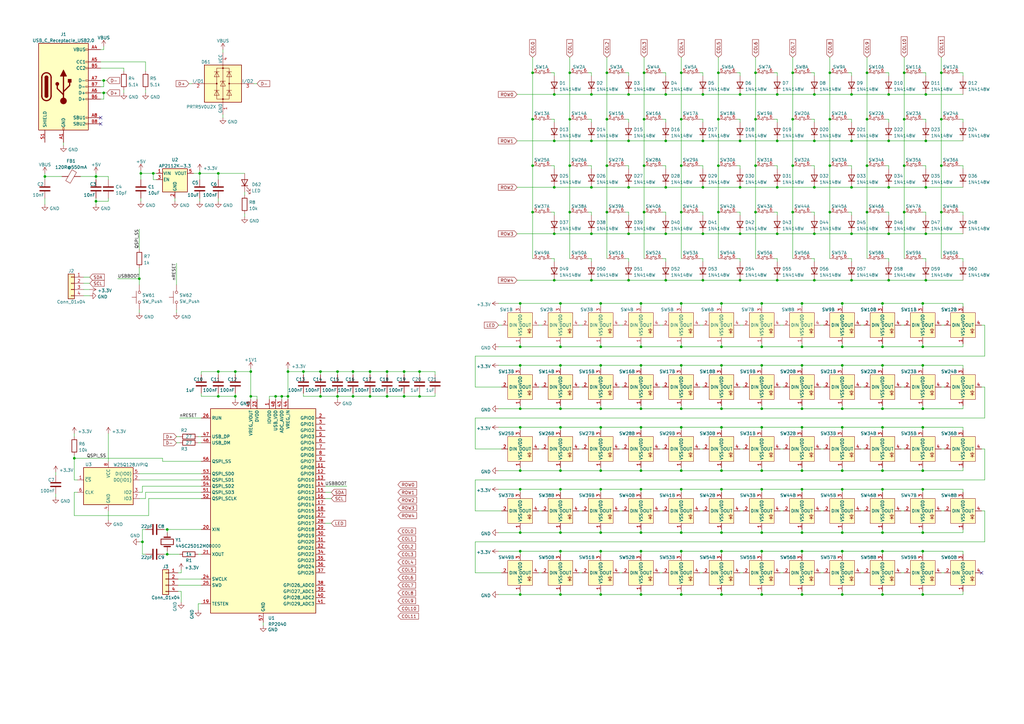
<source format=kicad_sch>
(kicad_sch (version 20211123) (generator eeschema)
  (paper "A3")
  (junction (at 242.57 57.785))
  (junction (at 328.93 243.84))
  (junction (at 312.42 167.64))
  (junction (at 229.87 167.64))
  (junction (at 303.53 57.785))
  (junction (at 279.4 175.26))
  (junction (at 288.29 57.785))
  (junction (at 334.01 76.835))
  (junction (at 379.73 38.735))
  (junction (at 386.08 29.845))
  (junction (at 361.95 200.66))
  (junction (at 233.68 48.895))
  (junction (at 213.36 142.24))
  (junction (at 309.88 48.895))
  (junction (at 229.87 149.86))
  (junction (at 345.44 243.84))
  (junction (at 345.44 218.44))
  (junction (at 113.03 162.56))
  (junction (at 57.15 114.3))
  (junction (at 328.93 175.26))
  (junction (at 246.38 142.24))
  (junction (at 328.93 142.24))
  (junction (at 370.84 48.895))
  (junction (at 279.4 226.06))
  (junction (at 151.765 152.4))
  (junction (at 295.91 243.84))
  (junction (at 279.4 142.24))
  (junction (at 309.88 86.995))
  (junction (at 102.87 162.56))
  (junction (at 262.89 149.86))
  (junction (at 325.12 29.845))
  (junction (at 264.16 67.945))
  (junction (at 213.36 124.46))
  (junction (at 273.05 57.785))
  (junction (at 340.36 29.845))
  (junction (at 242.57 76.835))
  (junction (at 68.58 227.33))
  (junction (at 279.4 149.86))
  (junction (at 229.87 226.06))
  (junction (at 279.4 48.895))
  (junction (at 312.42 149.86))
  (junction (at 273.05 76.835))
  (junction (at 144.78 152.4))
  (junction (at 165.735 162.56))
  (junction (at 345.44 193.04))
  (junction (at 294.64 86.995))
  (junction (at 340.36 86.995))
  (junction (at 361.95 218.44))
  (junction (at 340.36 67.945))
  (junction (at 345.44 167.64))
  (junction (at 227.33 38.735))
  (junction (at 279.4 243.84))
  (junction (at 349.25 38.735))
  (junction (at 288.29 76.835))
  (junction (at 246.38 200.66))
  (junction (at 288.29 38.735))
  (junction (at 227.33 76.835))
  (junction (at 118.11 162.56))
  (junction (at 165.735 152.4))
  (junction (at 345.44 175.26))
  (junction (at 233.68 29.845))
  (junction (at 355.6 29.845))
  (junction (at 294.64 29.845))
  (junction (at 229.87 124.46))
  (junction (at 349.25 114.935))
  (junction (at 227.33 57.785))
  (junction (at 42.545 38.1))
  (junction (at 279.4 67.945))
  (junction (at 213.36 193.04))
  (junction (at 262.89 167.64))
  (junction (at 355.6 48.895))
  (junction (at 229.87 193.04))
  (junction (at 273.05 38.735))
  (junction (at 334.01 114.935))
  (junction (at 328.93 226.06))
  (junction (at 81.915 71.12))
  (junction (at 262.89 124.46))
  (junction (at 279.4 167.64))
  (junction (at 318.77 114.935))
  (junction (at 364.49 57.785))
  (junction (at 312.42 218.44))
  (junction (at 361.95 149.86))
  (junction (at 325.12 48.895))
  (junction (at 264.16 48.895))
  (junction (at 246.38 175.26))
  (junction (at 248.92 67.945))
  (junction (at 378.46 124.46))
  (junction (at 309.88 67.945))
  (junction (at 334.01 57.785))
  (junction (at 328.93 124.46))
  (junction (at 328.93 200.66))
  (junction (at 328.93 193.04))
  (junction (at 68.58 217.17))
  (junction (at 378.46 142.24))
  (junction (at 42.545 33.02))
  (junction (at 303.53 95.885))
  (junction (at 158.75 152.4))
  (junction (at 349.25 57.785))
  (junction (at 309.88 29.845))
  (junction (at 386.08 48.895))
  (junction (at 378.46 218.44))
  (junction (at 248.92 29.845))
  (junction (at 118.11 152.4))
  (junction (at 328.93 149.86))
  (junction (at 312.42 124.46))
  (junction (at 39.37 82.55))
  (junction (at 213.36 243.84))
  (junction (at 262.89 142.24))
  (junction (at 312.42 175.26))
  (junction (at 318.77 95.885))
  (junction (at 361.95 175.26))
  (junction (at 379.73 57.785))
  (junction (at 378.46 193.04))
  (junction (at 355.6 86.995))
  (junction (at 264.16 86.995))
  (junction (at 279.4 200.66))
  (junction (at 295.91 124.46))
  (junction (at 115.57 162.56))
  (junction (at 218.44 29.845))
  (junction (at 218.44 86.995))
  (junction (at 370.84 67.945))
  (junction (at 279.4 193.04))
  (junction (at 248.92 48.895))
  (junction (at 295.91 149.86))
  (junction (at 294.64 48.895))
  (junction (at 378.46 200.66))
  (junction (at 355.6 67.945))
  (junction (at 378.46 175.26))
  (junction (at 379.73 76.835))
  (junction (at 262.89 243.84))
  (junction (at 262.89 218.44))
  (junction (at 295.91 167.64))
  (junction (at 295.91 200.66))
  (junction (at 312.42 193.04))
  (junction (at 312.42 142.24))
  (junction (at 158.75 162.56))
  (junction (at 334.01 95.885))
  (junction (at 378.46 167.64))
  (junction (at 345.44 149.86))
  (junction (at 213.36 149.86))
  (junction (at 96.52 162.56))
  (junction (at 213.36 167.64))
  (junction (at 246.38 149.86))
  (junction (at 386.08 86.995))
  (junction (at 288.29 114.935))
  (junction (at 295.91 142.24))
  (junction (at 262.89 226.06))
  (junction (at 273.05 114.935))
  (junction (at 218.44 67.945))
  (junction (at 379.73 114.935))
  (junction (at 213.36 175.26))
  (junction (at 138.43 162.56))
  (junction (at 279.4 124.46))
  (junction (at 246.38 193.04))
  (junction (at 246.38 218.44))
  (junction (at 279.4 29.845))
  (junction (at 303.53 38.735))
  (junction (at 295.91 226.06))
  (junction (at 328.93 218.44))
  (junction (at 227.33 95.885))
  (junction (at 364.49 95.885))
  (junction (at 364.49 114.935))
  (junction (at 227.33 114.935))
  (junction (at 62.865 71.12))
  (junction (at 364.49 76.835))
  (junction (at 361.95 167.64))
  (junction (at 349.25 76.835))
  (junction (at 294.64 67.945))
  (junction (at 102.87 152.4))
  (junction (at 246.38 243.84))
  (junction (at 312.42 226.06))
  (junction (at 325.12 67.945))
  (junction (at 213.36 226.06))
  (junction (at 18.415 72.39))
  (junction (at 218.44 48.895))
  (junction (at 264.16 29.845))
  (junction (at 213.36 200.66))
  (junction (at 257.81 38.735))
  (junction (at 30.48 187.96))
  (junction (at 124.46 152.4))
  (junction (at 233.68 67.945))
  (junction (at 246.38 124.46))
  (junction (at 295.91 175.26))
  (junction (at 295.91 193.04))
  (junction (at 328.93 167.64))
  (junction (at 131.445 162.56))
  (junction (at 257.81 95.885))
  (junction (at 262.89 193.04))
  (junction (at 229.87 142.24))
  (junction (at 257.81 57.785))
  (junction (at 378.46 149.86))
  (junction (at 334.01 38.735))
  (junction (at 248.92 86.995))
  (junction (at 229.87 243.84))
  (junction (at 233.68 86.995))
  (junction (at 318.77 76.835))
  (junction (at 349.25 95.885))
  (junction (at 242.57 114.935))
  (junction (at 312.42 243.84))
  (junction (at 386.08 67.945))
  (junction (at 379.73 95.885))
  (junction (at 364.49 38.735))
  (junction (at 370.84 86.995))
  (junction (at 312.42 200.66))
  (junction (at 229.87 218.44))
  (junction (at 318.77 57.785))
  (junction (at 257.81 76.835))
  (junction (at 151.765 162.56))
  (junction (at 229.87 200.66))
  (junction (at 89.535 71.12))
  (junction (at 96.52 152.4))
  (junction (at 303.53 76.835))
  (junction (at 279.4 86.995))
  (junction (at 246.38 167.64))
  (junction (at 288.29 95.885))
  (junction (at 361.95 193.04))
  (junction (at 361.95 142.24))
  (junction (at 361.95 124.46))
  (junction (at 172.085 162.56))
  (junction (at 262.89 175.26))
  (junction (at 318.77 38.735))
  (junction (at 325.12 86.995))
  (junction (at 213.36 218.44))
  (junction (at 242.57 95.885))
  (junction (at 303.53 114.935))
  (junction (at 89.535 152.4))
  (junction (at 242.57 38.735))
  (junction (at 39.37 72.39))
  (junction (at 370.84 29.845))
  (junction (at 144.78 162.56))
  (junction (at 345.44 142.24))
  (junction (at 340.36 48.895))
  (junction (at 246.38 226.06))
  (junction (at 58.42 222.25))
  (junction (at 138.43 152.4))
  (junction (at 172.085 152.4))
  (junction (at 361.95 226.06))
  (junction (at 378.46 226.06))
  (junction (at 361.95 243.84))
  (junction (at 345.44 200.66))
  (junction (at 295.91 218.44))
  (junction (at 378.46 243.84))
  (junction (at 345.44 124.46))
  (junction (at 257.81 114.935))
  (junction (at 89.535 162.56))
  (junction (at 262.89 200.66))
  (junction (at 279.4 218.44))
  (junction (at 57.785 71.12))
  (junction (at 229.87 175.26))
  (junction (at 131.445 152.4))
  (junction (at 345.44 226.06))
  (junction (at 273.05 95.885))
  (no_connect (at 41.275 48.26))
  (no_connect (at 402.59 234.95))
  (no_connect (at 41.275 50.8))
  (wire (pts (xy 328.93 243.84) (xy 345.44 243.84)))
  (wire (pts (xy 96.52 162.56) (xy 96.52 161.29)))
  (wire (pts (xy 318.77 57.785) (xy 334.01 57.785)))
  (wire (pts (xy 387.35 133.35) (xy 386.08 133.35)))
  (wire (pts (xy 361.95 142.24) (xy 361.95 140.97)))
  (wire (pts (xy 60.96 211.455) (xy 60.96 204.47)))
  (wire (pts (xy 337.82 234.95) (xy 336.55 234.95)))
  (wire (pts (xy 345.44 218.44) (xy 345.44 217.17)))
  (wire (pts (xy 58.42 201.93) (xy 58.42 199.39)))
  (wire (pts (xy 256.54 48.895) (xy 257.81 48.895)))
  (wire (pts (xy 345.44 243.84) (xy 345.44 242.57)))
  (wire (pts (xy 273.05 38.735) (xy 288.29 38.735)))
  (wire (pts (xy 328.93 175.26) (xy 345.44 175.26)))
  (wire (pts (xy 345.44 243.84) (xy 361.95 243.84)))
  (wire (pts (xy 318.77 48.895) (xy 318.77 50.165)))
  (wire (pts (xy 226.06 48.895) (xy 227.33 48.895)))
  (wire (pts (xy 288.29 95.885) (xy 303.53 95.885)))
  (wire (pts (xy 279.4 124.46) (xy 279.4 125.73)))
  (wire (pts (xy 73.66 227.33) (xy 68.58 227.33)))
  (wire (pts (xy 242.57 86.995) (xy 242.57 88.265)))
  (wire (pts (xy 213.36 124.46) (xy 213.36 125.73)))
  (wire (pts (xy 378.46 175.26) (xy 394.97 175.26)))
  (wire (pts (xy 256.54 67.945) (xy 257.81 67.945)))
  (wire (pts (xy 361.95 142.24) (xy 378.46 142.24)))
  (wire (pts (xy 317.5 48.895) (xy 318.77 48.895)))
  (wire (pts (xy 262.89 226.06) (xy 262.89 227.33)))
  (wire (pts (xy 96.52 152.4) (xy 102.87 152.4)))
  (wire (pts (xy 279.4 218.44) (xy 279.4 217.17)))
  (wire (pts (xy 229.87 142.24) (xy 229.87 140.97)))
  (wire (pts (xy 378.46 226.06) (xy 394.97 226.06)))
  (wire (pts (xy 355.6 67.945) (xy 355.6 86.995)))
  (wire (pts (xy 212.09 76.835) (xy 227.33 76.835)))
  (wire (pts (xy 317.5 86.995) (xy 318.77 86.995)))
  (wire (pts (xy 394.97 175.26) (xy 394.97 176.53)))
  (wire (pts (xy 379.73 29.845) (xy 379.73 31.115)))
  (wire (pts (xy 73.025 237.49) (xy 82.55 237.49)))
  (wire (pts (xy 68.58 217.17) (xy 68.58 218.44)))
  (wire (pts (xy 317.5 29.845) (xy 318.77 29.845)))
  (wire (pts (xy 256.54 106.045) (xy 257.81 106.045)))
  (wire (pts (xy 345.44 149.86) (xy 361.95 149.86)))
  (wire (pts (xy 222.25 133.35) (xy 220.98 133.35)))
  (wire (pts (xy 279.4 142.24) (xy 295.91 142.24)))
  (wire (pts (xy 387.35 184.15) (xy 386.08 184.15)))
  (wire (pts (xy 295.91 217.17) (xy 295.91 218.44)))
  (wire (pts (xy 393.7 86.995) (xy 394.97 86.995)))
  (wire (pts (xy 135.89 201.93) (xy 133.35 201.93)))
  (wire (pts (xy 312.42 193.04) (xy 312.42 191.77)))
  (wire (pts (xy 100.33 80.01) (xy 100.33 78.74)))
  (wire (pts (xy 42.545 33.02) (xy 43.815 33.02)))
  (wire (pts (xy 295.91 193.04) (xy 312.42 193.04)))
  (wire (pts (xy 57.15 204.47) (xy 59.69 204.47)))
  (wire (pts (xy 41.275 27.94) (xy 50.8 27.94)))
  (wire (pts (xy 246.38 175.26) (xy 262.89 175.26)))
  (wire (pts (xy 165.735 152.4) (xy 172.085 152.4)))
  (wire (pts (xy 158.75 153.67) (xy 158.75 152.4)))
  (wire (pts (xy 255.27 133.35) (xy 254 133.35)))
  (wire (pts (xy 229.87 175.26) (xy 246.38 175.26)))
  (wire (pts (xy 212.09 114.935) (xy 227.33 114.935)))
  (wire (pts (xy 361.95 226.06) (xy 361.95 227.33)))
  (wire (pts (xy 57.785 71.12) (xy 57.785 73.66)))
  (wire (pts (xy 41.275 38.1) (xy 42.545 38.1)))
  (wire (pts (xy 304.8 184.15) (xy 303.53 184.15)))
  (wire (pts (xy 317.5 106.045) (xy 318.77 106.045)))
  (wire (pts (xy 151.765 152.4) (xy 158.75 152.4)))
  (wire (pts (xy 262.89 226.06) (xy 279.4 226.06)))
  (wire (pts (xy 31.75 201.93) (xy 30.48 201.93)))
  (wire (pts (xy 74.295 242.57) (xy 73.025 242.57)))
  (wire (pts (xy 273.05 57.785) (xy 288.29 57.785)))
  (wire (pts (xy 213.36 226.06) (xy 229.87 226.06)))
  (wire (pts (xy 25.4 72.39) (xy 18.415 72.39)))
  (wire (pts (xy 222.25 184.15) (xy 220.98 184.15)))
  (wire (pts (xy 57.15 194.31) (xy 82.55 194.31)))
  (wire (pts (xy 213.36 218.44) (xy 229.87 218.44)))
  (wire (pts (xy 379.73 48.895) (xy 379.73 50.165)))
  (wire (pts (xy 340.36 67.945) (xy 340.36 86.995)))
  (wire (pts (xy 312.42 167.64) (xy 312.42 166.37)))
  (wire (pts (xy 378.46 167.64) (xy 394.97 167.64)))
  (wire (pts (xy 229.87 175.26) (xy 229.87 176.53)))
  (wire (pts (xy 287.02 48.895) (xy 288.29 48.895)))
  (wire (pts (xy 378.46 243.84) (xy 394.97 243.84)))
  (wire (pts (xy 394.97 149.86) (xy 394.97 151.13)))
  (wire (pts (xy 393.7 106.045) (xy 394.97 106.045)))
  (wire (pts (xy 279.4 149.86) (xy 279.4 151.13)))
  (wire (pts (xy 394.97 124.46) (xy 394.97 125.73)))
  (wire (pts (xy 262.89 243.84) (xy 279.4 243.84)))
  (wire (pts (xy 39.37 72.39) (xy 39.37 71.12)))
  (wire (pts (xy 57.15 93.98) (xy 57.15 102.235)))
  (wire (pts (xy 44.45 72.39) (xy 44.45 73.66)))
  (wire (pts (xy 347.98 29.845) (xy 349.25 29.845)))
  (wire (pts (xy 229.87 200.66) (xy 246.38 200.66)))
  (wire (pts (xy 378.46 142.24) (xy 378.46 140.97)))
  (wire (pts (xy 158.75 152.4) (xy 165.735 152.4)))
  (wire (pts (xy 118.11 151.13) (xy 118.11 152.4)))
  (wire (pts (xy 349.25 67.945) (xy 349.25 69.215)))
  (wire (pts (xy 212.09 38.735) (xy 227.33 38.735)))
  (wire (pts (xy 96.52 163.83) (xy 96.52 162.56)))
  (wire (pts (xy 387.35 158.75) (xy 386.08 158.75)))
  (wire (pts (xy 257.81 48.895) (xy 257.81 50.165)))
  (wire (pts (xy 248.92 23.495) (xy 248.92 29.845)))
  (wire (pts (xy 42.545 35.56) (xy 42.545 33.02)))
  (wire (pts (xy 41.275 40.64) (xy 42.545 40.64)))
  (wire (pts (xy 294.64 29.845) (xy 294.64 48.895)))
  (wire (pts (xy 295.91 124.46) (xy 312.42 124.46)))
  (wire (pts (xy 256.54 29.845) (xy 257.81 29.845)))
  (wire (pts (xy 233.68 48.895) (xy 233.68 67.945)))
  (wire (pts (xy 81.28 250.19) (xy 81.28 247.65)))
  (wire (pts (xy 33.02 72.39) (xy 39.37 72.39)))
  (wire (pts (xy 288.29 114.935) (xy 303.53 114.935)))
  (wire (pts (xy 82.55 217.17) (xy 68.58 217.17)))
  (wire (pts (xy 60.96 204.47) (xy 82.55 204.47)))
  (wire (pts (xy 39.37 72.39) (xy 44.45 72.39)))
  (wire (pts (xy 332.74 29.845) (xy 334.01 29.845)))
  (wire (pts (xy 42.545 20.32) (xy 42.545 19.05)))
  (wire (pts (xy 238.76 209.55) (xy 237.49 209.55)))
  (wire (pts (xy 124.46 152.4) (xy 131.445 152.4)))
  (wire (pts (xy 312.42 142.24) (xy 312.42 140.97)))
  (wire (pts (xy 73.025 234.95) (xy 74.295 234.95)))
  (wire (pts (xy 36.83 116.205) (xy 34.29 116.205)))
  (wire (pts (xy 229.87 200.66) (xy 229.87 201.93)))
  (wire (pts (xy 246.38 218.44) (xy 262.89 218.44)))
  (wire (pts (xy 295.91 175.26) (xy 295.91 176.53)))
  (wire (pts (xy 402.59 209.55) (xy 403.86 209.55)))
  (wire (pts (xy 349.25 57.785) (xy 364.49 57.785)))
  (wire (pts (xy 222.25 234.95) (xy 220.98 234.95)))
  (wire (pts (xy 349.25 29.845) (xy 349.25 31.115)))
  (wire (pts (xy 309.88 23.495) (xy 309.88 29.845)))
  (wire (pts (xy 242.57 76.835) (xy 257.81 76.835)))
  (wire (pts (xy 241.3 106.045) (xy 242.57 106.045)))
  (wire (pts (xy 273.05 95.885) (xy 288.29 95.885)))
  (wire (pts (xy 312.42 149.86) (xy 312.42 151.13)))
  (wire (pts (xy 273.05 67.945) (xy 273.05 69.215)))
  (wire (pts (xy 287.02 106.045) (xy 288.29 106.045)))
  (wire (pts (xy 229.87 149.86) (xy 229.87 151.13)))
  (wire (pts (xy 115.57 162.56) (xy 115.57 163.83)))
  (wire (pts (xy 312.42 226.06) (xy 312.42 227.33)))
  (wire (pts (xy 318.77 114.935) (xy 334.01 114.935)))
  (wire (pts (xy 204.47 149.86) (xy 213.36 149.86)))
  (wire (pts (xy 89.535 152.4) (xy 89.535 153.67)))
  (wire (pts (xy 238.76 133.35) (xy 237.49 133.35)))
  (wire (pts (xy 241.3 67.945) (xy 242.57 67.945)))
  (wire (pts (xy 131.445 162.56) (xy 124.46 162.56)))
  (wire (pts (xy 328.93 175.26) (xy 328.93 176.53)))
  (wire (pts (xy 213.36 167.64) (xy 229.87 167.64)))
  (wire (pts (xy 309.88 29.845) (xy 309.88 48.895)))
  (wire (pts (xy 213.36 226.06) (xy 213.36 227.33)))
  (wire (pts (xy 213.36 243.84) (xy 204.47 243.84)))
  (wire (pts (xy 18.415 72.39) (xy 18.415 71.12)))
  (wire (pts (xy 279.4 226.06) (xy 279.4 227.33)))
  (wire (pts (xy 394.97 200.66) (xy 394.97 201.93)))
  (wire (pts (xy 328.93 218.44) (xy 345.44 218.44)))
  (wire (pts (xy 318.77 29.845) (xy 318.77 31.115)))
  (wire (pts (xy 115.57 162.56) (xy 118.11 162.56)))
  (wire (pts (xy 194.945 234.95) (xy 205.74 234.95)))
  (wire (pts (xy 124.46 153.67) (xy 124.46 152.4)))
  (wire (pts (xy 334.01 38.735) (xy 349.25 38.735)))
  (wire (pts (xy 271.78 158.75) (xy 270.51 158.75)))
  (wire (pts (xy 364.49 86.995) (xy 364.49 88.265)))
  (wire (pts (xy 118.11 152.4) (xy 118.11 162.56)))
  (wire (pts (xy 304.8 158.75) (xy 303.53 158.75)))
  (wire (pts (xy 138.43 162.56) (xy 131.445 162.56)))
  (wire (pts (xy 212.09 57.785) (xy 227.33 57.785)))
  (wire (pts (xy 79.375 71.12) (xy 81.915 71.12)))
  (wire (pts (xy 364.49 67.945) (xy 364.49 69.215)))
  (wire (pts (xy 361.95 218.44) (xy 361.95 217.17)))
  (wire (pts (xy 337.82 133.35) (xy 336.55 133.35)))
  (wire (pts (xy 257.81 38.735) (xy 273.05 38.735)))
  (wire (pts (xy 262.89 193.04) (xy 262.89 191.77)))
  (wire (pts (xy 271.78 209.55) (xy 270.51 209.55)))
  (wire (pts (xy 295.91 167.64) (xy 312.42 167.64)))
  (wire (pts (xy 82.55 153.67) (xy 82.55 152.4)))
  (wire (pts (xy 113.03 162.56) (xy 115.57 162.56)))
  (wire (pts (xy 279.4 243.84) (xy 279.4 242.57)))
  (wire (pts (xy 271.78 106.045) (xy 273.05 106.045)))
  (wire (pts (xy 334.01 57.785) (xy 349.25 57.785)))
  (wire (pts (xy 246.38 193.04) (xy 262.89 193.04)))
  (wire (pts (xy 59.69 201.93) (xy 82.55 201.93)))
  (wire (pts (xy 34.29 121.285) (xy 36.83 121.285)))
  (wire (pts (xy 144.78 153.67) (xy 144.78 152.4)))
  (wire (pts (xy 370.84 67.945) (xy 370.84 86.995)))
  (wire (pts (xy 378.46 200.66) (xy 378.46 201.93)))
  (wire (pts (xy 294.64 23.495) (xy 294.64 29.845)))
  (wire (pts (xy 355.6 48.895) (xy 355.6 67.945)))
  (wire (pts (xy 273.05 114.935) (xy 288.29 114.935)))
  (wire (pts (xy 135.89 214.63) (xy 133.35 214.63)))
  (wire (pts (xy 288.29 133.35) (xy 287.02 133.35)))
  (wire (pts (xy 100.33 88.9) (xy 100.33 87.63)))
  (wire (pts (xy 194.945 196.85) (xy 403.86 196.85)))
  (wire (pts (xy 124.46 162.56) (xy 124.46 161.29)))
  (wire (pts (xy 345.44 226.06) (xy 361.95 226.06)))
  (wire (pts (xy 213.36 218.44) (xy 204.47 218.44)))
  (wire (pts (xy 246.38 226.06) (xy 246.38 227.33)))
  (wire (pts (xy 302.26 48.895) (xy 303.53 48.895)))
  (wire (pts (xy 213.36 193.04) (xy 204.47 193.04)))
  (wire (pts (xy 379.73 76.835) (xy 394.97 76.835)))
  (wire (pts (xy 57.785 82.55) (xy 57.785 81.28)))
  (wire (pts (xy 229.87 124.46) (xy 229.87 125.73)))
  (wire (pts (xy 318.77 86.995) (xy 318.77 88.265)))
  (wire (pts (xy 226.06 86.995) (xy 227.33 86.995)))
  (wire (pts (xy 334.01 114.935) (xy 349.25 114.935)))
  (wire (pts (xy 59.69 204.47) (xy 59.69 201.93)))
  (wire (pts (xy 394.97 142.24) (xy 394.97 140.97)))
  (wire (pts (xy 279.4 23.495) (xy 279.4 29.845)))
  (wire (pts (xy 36.83 113.665) (xy 34.29 113.665)))
  (wire (pts (xy 387.35 234.95) (xy 386.08 234.95)))
  (wire (pts (xy 255.27 209.55) (xy 254 209.55)))
  (wire (pts (xy 394.97 218.44) (xy 394.97 217.17)))
  (wire (pts (xy 242.57 106.045) (xy 242.57 107.315)))
  (wire (pts (xy 328.93 149.86) (xy 345.44 149.86)))
  (wire (pts (xy 328.93 167.64) (xy 345.44 167.64)))
  (wire (pts (xy 229.87 226.06) (xy 246.38 226.06)))
  (wire (pts (xy 64.135 73.66) (xy 62.865 73.66)))
  (wire (pts (xy 50.8 36.83) (xy 50.8 38.1)))
  (wire (pts (xy 213.36 217.17) (xy 213.36 218.44)))
  (wire (pts (xy 227.33 76.835) (xy 242.57 76.835)))
  (wire (pts (xy 328.93 124.46) (xy 345.44 124.46)))
  (wire (pts (xy 213.36 166.37) (xy 213.36 167.64)))
  (wire (pts (xy 262.89 142.24) (xy 262.89 140.97)))
  (wire (pts (xy 379.73 38.735) (xy 394.97 38.735)))
  (wire (pts (xy 264.16 23.495) (xy 264.16 29.845)))
  (wire (pts (xy 309.88 48.895) (xy 309.88 67.945)))
  (wire (pts (xy 271.78 133.35) (xy 270.51 133.35)))
  (wire (pts (xy 256.54 86.995) (xy 257.81 86.995)))
  (wire (pts (xy 378.46 167.64) (xy 378.46 166.37)))
  (wire (pts (xy 248.92 48.895) (xy 248.92 67.945)))
  (wire (pts (xy 345.44 124.46) (xy 345.44 125.73)))
  (wire (pts (xy 304.8 234.95) (xy 303.53 234.95)))
  (wire (pts (xy 81.915 71.12) (xy 81.915 73.66)))
  (wire (pts (xy 204.47 200.66) (xy 213.36 200.66)))
  (wire (pts (xy 394.97 243.84) (xy 394.97 242.57)))
  (wire (pts (xy 58.42 199.39) (xy 82.55 199.39)))
  (wire (pts (xy 257.81 29.845) (xy 257.81 31.115)))
  (wire (pts (xy 370.84 86.995) (xy 370.84 106.045)))
  (wire (pts (xy 264.16 29.845) (xy 264.16 48.895)))
  (wire (pts (xy 262.89 200.66) (xy 279.4 200.66)))
  (wire (pts (xy 227.33 48.895) (xy 227.33 50.165)))
  (wire (pts (xy 325.12 48.895) (xy 325.12 67.945)))
  (wire (pts (xy 309.88 67.945) (xy 309.88 86.995)))
  (wire (pts (xy 66.675 187.96) (xy 66.675 189.23)))
  (wire (pts (xy 172.085 152.4) (xy 172.085 153.67)))
  (wire (pts (xy 229.87 142.24) (xy 246.38 142.24)))
  (wire (pts (xy 303.53 95.885) (xy 318.77 95.885)))
  (wire (pts (xy 394.97 48.895) (xy 394.97 50.165)))
  (wire (pts (xy 138.43 162.56) (xy 138.43 161.29)))
  (wire (pts (xy 303.53 48.895) (xy 303.53 50.165)))
  (wire (pts (xy 318.77 38.735) (xy 334.01 38.735)))
  (wire (pts (xy 288.29 184.15) (xy 287.02 184.15)))
  (wire (pts (xy 294.64 86.995) (xy 294.64 106.045)))
  (wire (pts (xy 110.49 162.56) (xy 110.49 163.83)))
  (wire (pts (xy 57.15 222.25) (xy 58.42 222.25)))
  (wire (pts (xy 204.47 133.35) (xy 205.74 133.35)))
  (wire (pts (xy 213.36 193.04) (xy 229.87 193.04)))
  (wire (pts (xy 233.68 23.495) (xy 233.68 29.845)))
  (wire (pts (xy 89.535 162.56) (xy 82.55 162.56)))
  (wire (pts (xy 218.44 29.845) (xy 218.44 48.895)))
  (wire (pts (xy 227.33 57.785) (xy 242.57 57.785)))
  (wire (pts (xy 295.91 218.44) (xy 312.42 218.44)))
  (wire (pts (xy 363.22 106.045) (xy 364.49 106.045)))
  (wire (pts (xy 257.81 57.785) (xy 273.05 57.785)))
  (wire (pts (xy 172.085 162.56) (xy 178.435 162.56)))
  (wire (pts (xy 89.535 161.29) (xy 89.535 162.56)))
  (wire (pts (xy 68.58 227.33) (xy 68.58 226.06)))
  (wire (pts (xy 302.26 106.045) (xy 303.53 106.045)))
  (wire (pts (xy 394.97 106.045) (xy 394.97 107.315)))
  (wire (pts (xy 378.46 200.66) (xy 394.97 200.66)))
  (wire (pts (xy 273.05 76.835) (xy 288.29 76.835)))
  (wire (pts (xy 363.22 86.995) (xy 364.49 86.995)))
  (wire (pts (xy 325.12 29.845) (xy 325.12 48.895)))
  (wire (pts (xy 57.15 201.93) (xy 58.42 201.93)))
  (wire (pts (xy 72.39 181.61) (xy 73.66 181.61)))
  (wire (pts (xy 345.44 175.26) (xy 361.95 175.26)))
  (wire (pts (xy 304.8 133.35) (xy 303.53 133.35)))
  (wire (pts (xy 361.95 193.04) (xy 361.95 191.77)))
  (wire (pts (xy 42.545 38.1) (xy 43.815 38.1)))
  (wire (pts (xy 302.26 67.945) (xy 303.53 67.945)))
  (wire (pts (xy 403.86 196.85) (xy 403.86 184.15)))
  (wire (pts (xy 312.42 149.86) (xy 328.93 149.86)))
  (wire (pts (xy 39.37 73.66) (xy 39.37 72.39)))
  (wire (pts (xy 340.36 29.845) (xy 340.36 48.895)))
  (wire (pts (xy 194.945 184.15) (xy 194.945 171.45)))
  (wire (pts (xy 262.89 167.64) (xy 279.4 167.64)))
  (wire (pts (xy 379.73 106.045) (xy 379.73 107.315)))
  (wire (pts (xy 321.31 158.75) (xy 320.04 158.75)))
  (wire (pts (xy 288.29 209.55) (xy 287.02 209.55)))
  (wire (pts (xy 246.38 200.66) (xy 262.89 200.66)))
  (wire (pts (xy 361.95 167.64) (xy 378.46 167.64)))
  (wire (pts (xy 246.38 243.84) (xy 262.89 243.84)))
  (wire (pts (xy 363.22 67.945) (xy 364.49 67.945)))
  (wire (pts (xy 303.53 29.845) (xy 303.53 31.115)))
  (wire (pts (xy 178.435 153.67) (xy 178.435 152.4)))
  (wire (pts (xy 229.87 243.84) (xy 246.38 243.84)))
  (wire (pts (xy 67.31 217.17) (xy 68.58 217.17)))
  (wire (pts (xy 271.78 184.15) (xy 270.51 184.15)))
  (wire (pts (xy 302.26 29.845) (xy 303.53 29.845)))
  (wire (pts (xy 328.93 193.04) (xy 328.93 191.77)))
  (wire (pts (xy 279.4 226.06) (xy 295.91 226.06)))
  (wire (pts (xy 213.36 124.46) (xy 229.87 124.46)))
  (wire (pts (xy 105.41 34.29) (xy 104.14 34.29)))
  (wire (pts (xy 213.36 142.24) (xy 204.47 142.24)))
  (wire (pts (xy 102.87 162.56) (xy 102.87 163.83)))
  (wire (pts (xy 312.42 226.06) (xy 328.93 226.06)))
  (wire (pts (xy 257.81 67.945) (xy 257.81 69.215)))
  (wire (pts (xy 135.89 204.47) (xy 133.35 204.47)))
  (wire (pts (xy 288.29 158.75) (xy 287.02 158.75)))
  (wire (pts (xy 345.44 226.06) (xy 345.44 227.33)))
  (wire (pts (xy 178.435 162.56) (xy 178.435 161.29)))
  (wire (pts (xy 378.46 218.44) (xy 378.46 217.17)))
  (wire (pts (xy 386.08 67.945) (xy 386.08 86.995)))
  (wire (pts (xy 312.42 200.66) (xy 328.93 200.66)))
  (wire (pts (xy 295.91 226.06) (xy 295.91 227.33)))
  (wire (pts (xy 248.92 67.945) (xy 248.92 86.995)))
  (wire (pts (xy 89.535 71.12) (xy 89.535 73.66)))
  (wire (pts (xy 30.48 211.455) (xy 60.96 211.455)))
  (wire (pts (xy 328.93 200.66) (xy 328.93 201.93)))
  (wire (pts (xy 229.87 124.46) (xy 246.38 124.46)))
  (wire (pts (xy 242.57 29.845) (xy 242.57 31.115)))
  (wire (pts (xy 279.4 200.66) (xy 295.91 200.66)))
  (wire (pts (xy 273.05 48.895) (xy 273.05 50.165)))
  (wire (pts (xy 393.7 48.895) (xy 394.97 48.895)))
  (wire (pts (xy 227.33 86.995) (xy 227.33 88.265)))
  (wire (pts (xy 312.42 243.84) (xy 328.93 243.84)))
  (wire (pts (xy 288.29 86.995) (xy 288.29 88.265)))
  (wire (pts (xy 287.02 67.945) (xy 288.29 67.945)))
  (wire (pts (xy 378.46 67.945) (xy 379.73 67.945)))
  (wire (pts (xy 318.77 95.885) (xy 334.01 95.885)))
  (wire (pts (xy 144.78 162.56) (xy 144.78 161.29)))
  (wire (pts (xy 402.59 158.75) (xy 403.86 158.75)))
  (wire (pts (xy 62.865 71.12) (xy 57.785 71.12)))
  (wire (pts (xy 262.89 142.24) (xy 279.4 142.24)))
  (wire (pts (xy 48.26 114.3) (xy 57.15 114.3)))
  (wire (pts (xy 386.08 23.495) (xy 386.08 29.845)))
  (wire (pts (xy 194.945 234.95) (xy 194.945 222.25)))
  (wire (pts (xy 229.87 149.86) (xy 246.38 149.86)))
  (wire (pts (xy 361.95 243.84) (xy 378.46 243.84)))
  (wire (pts (xy 82.55 162.56) (xy 82.55 161.29)))
  (wire (pts (xy 67.31 227.33) (xy 68.58 227.33)))
  (wire (pts (xy 345.44 149.86) (xy 345.44 151.13)))
  (wire (pts (xy 378.46 48.895) (xy 379.73 48.895)))
  (wire (pts (xy 378.46 193.04) (xy 394.97 193.04)))
  (wire (pts (xy 218.44 48.895) (xy 218.44 67.945)))
  (wire (pts (xy 257.81 95.885) (xy 273.05 95.885)))
  (wire (pts (xy 312.42 243.84) (xy 312.42 242.57)))
  (wire (pts (xy 287.02 29.845) (xy 288.29 29.845)))
  (wire (pts (xy 279.4 175.26) (xy 279.4 176.53)))
  (wire (pts (xy 364.49 38.735) (xy 379.73 38.735)))
  (wire (pts (xy 328.93 226.06) (xy 345.44 226.06)))
  (wire (pts (xy 72.39 179.07) (xy 73.66 179.07)))
  (wire (pts (xy 59.69 36.83) (xy 59.69 38.1)))
  (wire (pts (xy 165.735 162.56) (xy 158.75 162.56)))
  (wire (pts (xy 241.3 29.845) (xy 242.57 29.845)))
  (wire (pts (xy 227.33 67.945) (xy 227.33 69.215)))
  (wire (pts (xy 349.25 114.935) (xy 364.49 114.935)))
  (wire (pts (xy 271.78 67.945) (xy 273.05 67.945)))
  (wire (pts (xy 233.68 29.845) (xy 233.68 48.895)))
  (wire (pts (xy 295.91 149.86) (xy 312.42 149.86)))
  (wire (pts (xy 279.4 86.995) (xy 279.4 106.045)))
  (wire (pts (xy 394.97 226.06) (xy 394.97 227.33)))
  (wire (pts (xy 262.89 218.44) (xy 279.4 218.44)))
  (wire (pts (xy 370.84 48.895) (xy 370.84 67.945)))
  (wire (pts (xy 59.69 217.17) (xy 58.42 217.17)))
  (wire (pts (xy 288.29 29.845) (xy 288.29 31.115)))
  (wire (pts (xy 334.01 76.835) (xy 349.25 76.835)))
  (wire (pts (xy 273.05 29.845) (xy 273.05 31.115)))
  (wire (pts (xy 178.435 152.4) (xy 172.085 152.4)))
  (wire (pts (xy 71.755 82.55) (xy 71.755 81.28)))
  (wire (pts (xy 378.46 86.995) (xy 379.73 86.995)))
  (wire (pts (xy 74.295 247.015) (xy 74.295 242.57)))
  (wire (pts (xy 257.81 106.045) (xy 257.81 107.315)))
  (wire (pts (xy 378.46 243.84) (xy 378.46 242.57)))
  (wire (pts (xy 334.01 29.845) (xy 334.01 31.115)))
  (wire (pts (xy 328.93 243.84) (xy 328.93 242.57)))
  (wire (pts (xy 317.5 67.945) (xy 318.77 67.945)))
  (wire (pts (xy 246.38 167.64) (xy 246.38 166.37)))
  (wire (pts (xy 355.6 86.995) (xy 355.6 106.045)))
  (wire (pts (xy 58.42 227.33) (xy 59.69 227.33)))
  (wire (pts (xy 81.28 227.33) (xy 82.55 227.33)))
  (wire (pts (xy 332.74 86.995) (xy 334.01 86.995)))
  (wire (pts (xy 218.44 23.495) (xy 218.44 29.845)))
  (wire (pts (xy 303.53 67.945) (xy 303.53 69.215)))
  (wire (pts (xy 403.86 171.45) (xy 403.86 158.75)))
  (wire (pts (xy 295.91 175.26) (xy 312.42 175.26)))
  (wire (pts (xy 312.42 218.44) (xy 328.93 218.44)))
  (wire (pts (xy 312.42 142.24) (xy 328.93 142.24)))
  (wire (pts (xy 257.81 114.935) (xy 273.05 114.935)))
  (wire (pts (xy 370.84 184.15) (xy 369.57 184.15)))
  (wire (pts (xy 386.08 29.845) (xy 386.08 48.895)))
  (wire (pts (xy 151.765 152.4) (xy 151.765 153.67)))
  (wire (pts (xy 361.95 218.44) (xy 378.46 218.44)))
  (wire (pts (xy 303.53 106.045) (xy 303.53 107.315)))
  (wire (pts (xy 325.12 23.495) (xy 325.12 29.845)))
  (wire (pts (xy 77.47 34.29) (xy 78.74 34.29)))
  (wire (pts (xy 279.4 218.44) (xy 295.91 218.44)))
  (wire (pts (xy 295.91 142.24) (xy 312.42 142.24)))
  (wire (pts (xy 118.11 162.56) (xy 118.11 163.83)))
  (wire (pts (xy 279.4 29.845) (xy 279.4 48.895)))
  (wire (pts (xy 345.44 200.66) (xy 345.44 201.93)))
  (wire (pts (xy 246.38 124.46) (xy 262.89 124.46)))
  (wire (pts (xy 262.89 218.44) (xy 262.89 217.17)))
  (wire (pts (xy 332.74 48.895) (xy 334.01 48.895)))
  (wire (pts (xy 279.4 243.84) (xy 295.91 243.84)))
  (wire (pts (xy 213.36 142.24) (xy 229.87 142.24)))
  (wire (pts (xy 379.73 57.785) (xy 394.97 57.785)))
  (wire (pts (xy 361.95 226.06) (xy 378.46 226.06)))
  (wire (pts (xy 354.33 209.55) (xy 353.06 209.55)))
  (wire (pts (xy 325.12 67.945) (xy 325.12 86.995)))
  (wire (pts (xy 194.945 209.55) (xy 194.945 196.85)))
  (wire (pts (xy 361.95 124.46) (xy 361.95 125.73)))
  (wire (pts (xy 379.73 95.885) (xy 394.97 95.885)))
  (wire (pts (xy 337.82 158.75) (xy 336.55 158.75)))
  (wire (pts (xy 361.95 149.86) (xy 361.95 151.13)))
  (wire (pts (xy 212.09 95.885) (xy 227.33 95.885)))
  (wire (pts (xy 246.38 226.06) (xy 262.89 226.06)))
  (wire (pts (xy 42.545 40.64) (xy 42.545 38.1)))
  (wire (pts (xy 378.46 106.045) (xy 379.73 106.045)))
  (wire (pts (xy 363.22 48.895) (xy 364.49 48.895)))
  (wire (pts (xy 262.89 167.64) (xy 262.89 166.37)))
  (wire (pts (xy 295.91 166.37) (xy 295.91 167.64)))
  (wire (pts (xy 295.91 200.66) (xy 312.42 200.66)))
  (wire (pts (xy 22.86 193.675) (xy 22.86 194.945)))
  (wire (pts (xy 255.27 158.75) (xy 254 158.75)))
  (wire (pts (xy 242.57 95.885) (xy 257.81 95.885)))
  (wire (pts (xy 58.42 217.17) (xy 58.42 222.25)))
  (wire (pts (xy 255.27 184.15) (xy 254 184.15)))
  (wire (pts (xy 57.785 69.85) (xy 57.785 71.12)))
  (wire (pts (xy 229.87 167.64) (xy 246.38 167.64)))
  (wire (pts (xy 403.86 133.35) (xy 402.59 133.35)))
  (wire (pts (xy 30.48 187.96) (xy 66.675 187.96)))
  (wire (pts (xy 379.73 114.935) (xy 394.97 114.935)))
  (wire (pts (xy 229.87 226.06) (xy 229.87 227.33)))
  (wire (pts (xy 248.92 86.995) (xy 248.92 106.045)))
  (wire (pts (xy 264.16 67.945) (xy 264.16 86.995)))
  (wire (pts (xy 158.75 162.56) (xy 151.765 162.56)))
  (wire (pts (xy 379.73 67.945) (xy 379.73 69.215)))
  (wire (pts (xy 364.49 95.885) (xy 379.73 95.885)))
  (wire (pts (xy 74.295 234.95) (xy 74.295 233.68)))
  (wire (pts (xy 312.42 124.46) (xy 312.42 125.73)))
  (wire (pts (xy 279.4 167.64) (xy 279.4 166.37)))
  (wire (pts (xy 303.53 114.935) (xy 318.77 114.935)))
  (wire (pts (xy 242.57 48.895) (xy 242.57 50.165)))
  (wire (pts (xy 378.46 149.86) (xy 378.46 151.13)))
  (wire (pts (xy 110.49 162.56) (xy 113.03 162.56)))
  (wire (pts (xy 96.52 153.67) (xy 96.52 152.4)))
  (wire (pts (xy 107.95 255.27) (xy 107.95 256.54)))
  (wire (pts (xy 378.46 226.06) (xy 378.46 227.33)))
  (wire (pts (xy 246.38 200.66) (xy 246.38 201.93)))
  (wire (pts (xy 288.29 38.735) (xy 303.53 38.735)))
  (wire (pts (xy 386.08 48.895) (xy 386.08 67.945)))
  (wire (pts (xy 303.53 76.835) (xy 318.77 76.835)))
  (wire (pts (xy 118.11 152.4) (xy 124.46 152.4)))
  (wire (pts (xy 226.06 29.845) (xy 227.33 29.845)))
  (wire (pts (xy 370.84 209.55) (xy 369.57 209.55)))
  (wire (pts (xy 194.945 158.75) (xy 205.74 158.75)))
  (wire (pts (xy 361.95 175.26) (xy 361.95 176.53)))
  (wire (pts (xy 378.46 124.46) (xy 394.97 124.46)))
  (wire (pts (xy 271.78 48.895) (xy 273.05 48.895)))
  (wire (pts (xy 345.44 218.44) (xy 361.95 218.44)))
  (wire (pts (xy 364.49 48.895) (xy 364.49 50.165)))
  (wire (pts (xy 271.78 234.95) (xy 270.51 234.95)))
  (wire (pts (xy 246.38 149.86) (xy 246.38 151.13)))
  (wire (pts (xy 57.15 196.85) (xy 82.55 196.85)))
  (wire (pts (xy 361.95 200.66) (xy 361.95 201.93)))
  (wire (pts (xy 81.28 179.07) (xy 82.55 179.07)))
  (wire (pts (xy 364.49 57.785) (xy 379.73 57.785)))
  (wire (pts (xy 233.68 67.945) (xy 233.68 86.995)))
  (wire (pts (xy 332.74 106.045) (xy 334.01 106.045)))
  (wire (pts (xy 345.44 175.26) (xy 345.44 176.53)))
  (wire (pts (xy 312.42 193.04) (xy 328.93 193.04)))
  (wire (pts (xy 279.4 193.04) (xy 295.91 193.04)))
  (wire (pts (xy 321.31 234.95) (xy 320.04 234.95)))
  (wire (pts (xy 288.29 67.945) (xy 288.29 69.215)))
  (wire (pts (xy 66.675 189.23) (xy 82.55 189.23)))
  (wire (pts (xy 246.38 243.84) (xy 246.38 242.57)))
  (wire (pts (xy 89.535 152.4) (xy 96.52 152.4)))
  (wire (pts (xy 91.44 46.99) (xy 91.44 48.26)))
  (wire (pts (xy 364.49 114.935) (xy 379.73 114.935)))
  (wire (pts (xy 378.46 124.46) (xy 378.46 125.73)))
  (wire (pts (xy 345.44 193.04) (xy 345.44 191.77)))
  (wire (pts (xy 361.95 193.04) (xy 378.46 193.04)))
  (wire (pts (xy 213.36 191.77) (xy 213.36 193.04)))
  (wire (pts (xy 347.98 86.995) (xy 349.25 86.995)))
  (wire (pts (xy 213.36 200.66) (xy 213.36 201.93)))
  (wire (pts (xy 402.59 184.15) (xy 403.86 184.15)))
  (wire (pts (xy 294.64 48.895) (xy 294.64 67.945)))
  (wire (pts (xy 227.33 95.885) (xy 242.57 95.885)))
  (wire (pts (xy 218.44 67.945) (xy 218.44 86.995)))
  (wire (pts (xy 41.275 35.56) (xy 42.545 35.56)))
  (wire (pts (xy 328.93 200.66) (xy 345.44 200.66)))
  (wire (pts (xy 370.84 158.75) (xy 369.57 158.75)))
  (wire (pts (xy 238.76 184.15) (xy 237.49 184.15)))
  (wire (pts (xy 229.87 167.64) (xy 229.87 166.37)))
  (wire (pts (xy 241.3 86.995) (xy 242.57 86.995)))
  (wire (pts (xy 273.05 86.995) (xy 273.05 88.265)))
  (wire (pts (xy 131.445 152.4) (xy 138.43 152.4)))
  (wire (pts (xy 41.275 25.4) (xy 59.69 25.4)))
  (wire (pts (xy 321.31 184.15) (xy 320.04 184.15)))
  (wire (pts (xy 394.97 67.945) (xy 394.97 69.215)))
  (wire (pts (xy 113.03 162.56) (xy 113.03 163.83)))
  (wire (pts (xy 213.36 149.86) (xy 213.36 151.13)))
  (wire (pts (xy 262.89 200.66) (xy 262.89 201.93)))
  (wire (pts (xy 226.06 106.045) (xy 227.33 106.045)))
  (wire (pts (xy 73.66 171.45) (xy 82.55 171.45)))
  (wire (pts (xy 295.91 226.06) (xy 312.42 226.06)))
  (wire (pts (xy 242.57 57.785) (xy 257.81 57.785)))
  (wire (pts (xy 222.25 158.75) (xy 220.98 158.75)))
  (wire (pts (xy 295.91 200.66) (xy 295.91 201.93)))
  (wire (pts (xy 34.29 118.745) (xy 36.83 118.745)))
  (wire (pts (xy 213.36 175.26) (xy 229.87 175.26)))
  (wire (pts (xy 386.08 86.995) (xy 386.08 106.045)))
  (wire (pts (xy 262.89 175.26) (xy 262.89 176.53)))
  (wire (pts (xy 57.15 109.855) (xy 57.15 114.3)))
  (wire (pts (xy 273.05 106.045) (xy 273.05 107.315)))
  (wire (pts (xy 328.93 167.64) (xy 328.93 166.37)))
  (wire (pts (xy 131.445 161.29) (xy 131.445 162.56)))
  (wire (pts (xy 328.93 142.24) (xy 328.93 140.97)))
  (wire (pts (xy 349.25 38.735) (xy 364.49 38.735)))
  (wire (pts (xy 321.31 209.55) (xy 320.04 209.55)))
  (wire (pts (xy 328.93 226.06) (xy 328.93 227.33)))
  (wire (pts (xy 227.33 106.045) (xy 227.33 107.315)))
  (wire (pts (xy 328.93 193.04) (xy 345.44 193.04)))
  (wire (pts (xy 349.25 48.895) (xy 349.25 50.165)))
  (wire (pts (xy 312.42 167.64) (xy 328.93 167.64)))
  (wire (pts (xy 295.91 242.57) (xy 295.91 243.84)))
  (wire (pts (xy 279.4 48.895) (xy 279.4 67.945)))
  (wire (pts (xy 287.02 86.995) (xy 288.29 86.995)))
  (wire (pts (xy 41.275 33.02) (xy 42.545 33.02)))
  (wire (pts (xy 151.765 162.56) (xy 144.78 162.56)))
  (wire (pts (xy 279.4 67.945) (xy 279.4 86.995)))
  (wire (pts (xy 334.01 106.045) (xy 334.01 107.315)))
  (wire (pts (xy 271.78 86.995) (xy 273.05 86.995)))
  (wire (pts (xy 226.06 67.945) (xy 227.33 67.945)))
  (wire (pts (xy 229.87 193.04) (xy 229.87 191.77)))
  (wire (pts (xy 257.81 86.995) (xy 257.81 88.265)))
  (wire (pts (xy 30.48 196.85) (xy 30.48 187.96)))
  (wire (pts (xy 58.42 222.25) (xy 58.42 227.33)))
  (wire (pts (xy 347.98 48.895) (xy 349.25 48.895)))
  (wire (pts (xy 312.42 175.26) (xy 328.93 175.26)))
  (wire (pts (xy 246.38 142.24) (xy 246.38 140.97)))
  (wire (pts (xy 345.44 193.04) (xy 361.95 193.04)))
  (wire (pts (xy 233.68 86.995) (xy 233.68 106.045)))
  (wire (pts (xy 318.77 106.045) (xy 318.77 107.315)))
  (wire (pts (xy 328.93 149.86) (xy 328.93 151.13)))
  (wire (pts (xy 337.82 209.55) (xy 336.55 209.55)))
  (wire (pts (xy 370.84 23.495) (xy 370.84 29.845)))
  (wire (pts (xy 96.52 162.56) (xy 89.535 162.56)))
  (wire (pts (xy 172.085 161.29) (xy 172.085 162.56)))
  (wire (pts (xy 82.55 152.4) (xy 89.535 152.4)))
  (wire (pts (xy 89.535 81.28) (xy 89.535 82.55)))
  (wire (pts (xy 26.035 58.42) (xy 26.035 59.69)))
  (wire (pts (xy 262.89 149.86) (xy 279.4 149.86)))
  (wire (pts (xy 242.57 114.935) (xy 257.81 114.935)))
  (wire (pts (xy 288.29 106.045) (xy 288.29 107.315)))
  (wire (pts (xy 347.98 106.045) (xy 349.25 106.045)))
  (wire (pts (xy 229.87 218.44) (xy 229.87 217.17)))
  (wire (pts (xy 345.44 167.64) (xy 361.95 167.64)))
  (wire (pts (xy 288.29 57.785) (xy 303.53 57.785)))
  (wire (pts (xy 194.945 209.55) (xy 205.74 209.55)))
  (wire (pts (xy 72.39 107.95) (xy 72.39 116.84)))
  (wire (pts (xy 227.33 114.935) (xy 242.57 114.935)))
  (wire (pts (xy 204.47 124.46) (xy 213.36 124.46)))
  (wire (pts (xy 262.89 149.86) (xy 262.89 151.13)))
  (wire (pts (xy 194.945 146.05) (xy 403.86 146.05)))
  (wire (pts (xy 345.44 142.24) (xy 345.44 140.97)))
  (wire (pts (xy 340.36 86.995) (xy 340.36 106.045)))
  (wire (pts (xy 81.915 82.55) (xy 81.915 81.28)))
  (wire (pts (xy 312.42 200.66) (xy 312.42 201.93)))
  (wire (pts (xy 354.33 158.75) (xy 353.06 158.75)))
  (wire (pts (xy 213.36 243.84) (xy 229.87 243.84)))
  (wire (pts (xy 295.91 149.86) (xy 295.91 151.13)))
  (wire (pts (xy 57.15 128.27) (xy 57.15 127)))
  (wire (pts (xy 262.89 243.84) (xy 262.89 242.57)))
  (wire (pts (xy 133.35 199.39) (xy 142.24 199.39)))
  (wire (pts (xy 349.25 95.885) (xy 364.49 95.885)))
  (wire (pts (xy 18.415 73.66) (xy 18.415 72.39)))
  (wire (pts (xy 89.535 71.12) (xy 100.33 71.12)))
  (wire (pts (xy 325.12 86.995) (xy 325.12 106.045)))
  (wire (pts (xy 355.6 23.495) (xy 355.6 29.845)))
  (wire (pts (xy 349.25 86.995) (xy 349.25 88.265)))
  (wire (pts (xy 303.53 86.995) (xy 303.53 88.265)))
  (wire (pts (xy 279.4 200.66) (xy 279.4 201.93)))
  (wire (pts (xy 328.93 142.24) (xy 345.44 142.24)))
  (wire (pts (xy 158.75 162.56) (xy 158.75 161.29)))
  (wire (pts (xy 340.36 23.495) (xy 340.36 29.845)))
  (wire (pts (xy 44.45 209.55) (xy 44.45 213.36)))
  (wire (pts (xy 279.4 124.46) (xy 295.91 124.46)))
  (wire (pts (xy 30.48 186.69) (xy 30.48 187.96)))
  (wire (pts (xy 334.01 48.895) (xy 334.01 50.165)))
  (wire (pts (xy 279.4 193.04) (xy 279.4 191.77)))
  (wire (pts (xy 144.78 152.4) (xy 151.765 152.4)))
  (wire (pts (xy 271.78 29.845) (xy 273.05 29.845)))
  (wire (pts (xy 257.81 76.835) (xy 273.05 76.835)))
  (wire (pts (xy 138.43 162.56) (xy 144.78 162.56)))
  (wire (pts (xy 255.27 234.95) (xy 254 234.95)))
  (wire (pts (xy 340.36 48.895) (xy 340.36 67.945)))
  (wire (pts (xy 165.735 153.67) (xy 165.735 152.4)))
  (wire (pts (xy 105.41 163.83) (xy 105.41 162.56)))
  (wire (pts (xy 347.98 67.945) (xy 349.25 67.945)))
  (wire (pts (xy 309.88 86.995) (xy 309.88 106.045)))
  (wire (pts (xy 30.48 201.93) (xy 30.48 211.455)))
  (wire (pts (xy 81.28 247.65) (xy 82.55 247.65)))
  (wire (pts (xy 349.25 106.045) (xy 349.25 107.315)))
  (wire (pts (xy 81.915 69.85) (xy 81.915 71.12)))
  (wire (pts (xy 194.945 158.75) (xy 194.945 146.05)))
  (wire (pts (xy 364.49 76.835) (xy 379.73 76.835)))
  (wire (pts (xy 328.93 124.46) (xy 328.93 125.73)))
  (wire (pts (xy 364.49 106.045) (xy 364.49 107.315)))
  (wire (pts (xy 337.82 184.15) (xy 336.55 184.15)))
  (wire (pts (xy 328.93 218.44) (xy 328.93 217.17)))
  (wire (pts (xy 393.7 29.845) (xy 394.97 29.845)))
  (wire (pts (xy 345.44 124.46) (xy 361.95 124.46)))
  (wire (pts (xy 302.26 86.995) (xy 303.53 86.995)))
  (wire (pts (xy 361.95 200.66) (xy 378.46 200.66)))
  (wire (pts (xy 312.42 124.46) (xy 328.93 124.46)))
  (wire (pts (xy 39.37 81.28) (xy 39.37 82.55)))
  (wire (pts (xy 345.44 167.64) (xy 345.44 166.37)))
  (wire (pts (xy 138.43 153.67) (xy 138.43 152.4)))
  (wire (pts (xy 246.38 175.26) (xy 246.38 176.53)))
  (wire (pts (xy 57.15 114.3) (xy 57.15 116.84)))
  (wire (pts (xy 288.29 76.835) (xy 303.53 76.835)))
  (wire (pts (xy 370.84 234.95) (xy 369.57 234.95)))
  (wire (pts (xy 295.91 124.46) (xy 295.91 125.73)))
  (wire (pts (xy 39.37 82.55) (xy 44.45 82.55)))
  (wire (pts (xy 393.7 67.945) (xy 394.97 67.945)))
  (wire (pts (xy 172.085 162.56) (xy 165.735 162.56)))
  (wire (pts (xy 394.97 193.04) (xy 394.97 191.77)))
  (wire (pts (xy 59.69 25.4) (xy 59.69 29.21)))
  (wire (pts (xy 288.29 234.95) (xy 287.02 234.95)))
  (wire (pts (xy 194.945 171.45) (xy 403.86 171.45)))
  (wire (pts (xy 227.33 29.845) (xy 227.33 31.115)))
  (wire (pts (xy 213.36 167.64) (xy 204.47 167.64)))
  (wire (pts (xy 246.38 218.44) (xy 246.38 217.17)))
  (wire (pts (xy 218.44 86.995) (xy 218.44 106.045)))
  (wire (pts (xy 334.01 86.995) (xy 334.01 88.265)))
  (wire (pts (xy 279.4 142.24) (xy 279.4 140.97)))
  (wire (pts (xy 345.44 200.66) (xy 361.95 200.66)))
  (wire (pts (xy 102.87 151.13) (xy 102.87 152.4)))
  (wire (pts (xy 288.29 48.895) (xy 288.29 50.165)))
  (wire (pts (xy 213.36 242.57) (xy 213.36 243.84)))
  (wire (pts (xy 81.28 181.61) (xy 82.55 181.61)))
  (wire (pts (xy 303.53 38.735) (xy 318.77 38.735)))
  (wire (pts (xy 44.45 177.8) (xy 44.45 189.23)))
  (wire (pts (xy 303.53 57.785) (xy 318.77 57.785)))
  (wire (pts (xy 318.77 76.835) (xy 334.01 76.835)))
  (wire (pts (xy 246.38 167.64) (xy 262.89 167.64)))
  (wire (pts (xy 304.8 209.55) (xy 303.53 209.55)))
  (wire (pts (xy 262.89 193.04) (xy 279.4 193.04)))
  (wire (pts (xy 41.275 20.32) (xy 42.545 20.32)))
  (wire (pts (xy 378.46 142.24) (xy 394.97 142.24)))
  (wire (pts (xy 204.47 226.06) (xy 213.36 226.06)))
  (wire (pts (xy 318.77 67.945) (xy 318.77 69.215)))
  (wire (pts (xy 378.46 175.26) (xy 378.46 176.53)))
  (wire (pts (xy 279.4 175.26) (xy 295.91 175.26)))
  (wire (pts (xy 354.33 234.95) (xy 353.06 234.95)))
  (wire (pts (xy 361.95 149.86) (xy 378.46 149.86)))
  (wire (pts (xy 165.735 162.56) (xy 165.735 161.29)))
  (wire (pts (xy 229.87 193.04) (xy 246.38 193.04)))
  (wire (pts (xy 394.97 167.64) (xy 394.97 166.37)))
  (wire (pts (xy 238.76 158.75) (xy 237.49 158.75)))
  (wire (pts (xy 349.25 76.835) (xy 364.49 76.835)))
  (wire (pts (xy 213.36 149.86) (xy 229.87 149.86)))
  (wire (pts (xy 222.25 209.55) (xy 220.98 209.55)))
  (wire (pts (xy 295.91 191.77) (xy 295.91 193.04)))
  (wire (pts (xy 242.57 67.945) (xy 242.57 69.215)))
  (wire (pts (xy 248.92 29.845) (xy 248.92 48.895)))
  (wire (pts (xy 81.915 71.12) (xy 89.535 71.12)))
  (wire (pts (xy 295.91 140.97) (xy 295.91 142.24)))
  (wire (pts (xy 294.64 67.945) (xy 294.64 86.995)))
  (wire (pts (xy 227.33 38.735) (xy 242.57 38.735)))
  (wire (pts (xy 229.87 218.44) (xy 246.38 218.44)))
  (wire (pts (xy 204.47 175.26) (xy 213.36 175.26)))
  (wire (pts (xy 238.76 234.95) (xy 237.49 234.95)))
  (wire (pts (xy 246.38 124.46) (xy 246.38 125.73)))
  (wire (pts (xy 262.89 124.46) (xy 279.4 124.46)))
  (wire (pts (xy 105.41 162.56) (xy 102.87 162.56)))
  (wire (pts (xy 91.44 20.32) (xy 91.44 21.59)))
  (wire (pts (xy 131.445 152.4) (xy 131.445 153.67)))
  (wire (pts (xy 102.87 152.4) (xy 102.87 162.56)))
  (wire (pts (xy 242.57 38.735) (xy 257.81 38.735)))
  (wire (pts (xy 194.945 184.15) (xy 205.74 184.15)))
  (wire (pts (xy 394.97 86.995) (xy 394.97 88.265)))
  (wire (pts (xy 361.95 167.64) (xy 361.95 166.37)))
  (wire (pts (xy 361.95 124.46) (xy 378.46 124.46)))
  (wire (pts (xy 44.45 82.55) (xy 44.45 81.28)))
  (wire (pts (xy 262.89 124.46) (xy 262.89 125.73)))
  (wire (pts (xy 62.865 73.66) (xy 62.865 71.12)))
  (wire (pts (xy 403.86 146.05) (xy 403.86 133.35)))
  (wire (pts (xy 62.865 71.12) (xy 64.135 71.12)))
  (wire (pts (xy 312.42 218.44) (xy 312.42 217.17)))
  (wire (pts (xy 370.84 133.35) (xy 369.57 133.35)))
  (wire (pts (xy 378.46 29.845) (xy 379.73 29.845)))
  (wire (pts (xy 246.38 142.24) (xy 262.89 142.24)))
  (wire (pts (xy 18.415 81.28) (xy 18.415 83.82)))
  (wire (pts (xy 262.89 175.26) (xy 279.4 175.26)))
  (wire (pts (xy 30.48 177.8) (xy 30.48 179.07)))
  (wire (pts (xy 22.86 202.565) (xy 22.86 203.835)))
  (wire (pts (xy 345.44 142.24) (xy 361.95 142.24)))
  (wire (pts (xy 334.01 67.945) (xy 334.01 69.215)))
  (wire (pts (xy 279.4 149.86) (xy 295.91 149.86)))
  (wire (pts (xy 361.95 175.26) (xy 378.46 175.26)))
  (wire (pts (xy 394.97 29.845) (xy 394.97 31.115)))
  (wire (pts (xy 213.36 200.66) (xy 229.87 200.66)))
  (wire (pts (xy 138.43 152.4) (xy 144.78 152.4)))
  (wire (pts (xy 229.87 243.84) (xy 229.87 242.57)))
  (wire (pts (xy 72.39 128.27) (xy 72.39 127)))
  (wire (pts (xy 213.36 175.26) (xy 213.36 176.53)))
  (wire (pts (xy 295.91 243.84) (xy 312.42 243.84)))
  (wire (pts (xy 334.01 95.885) (xy 349.25 95.885)))
  (wire (pts (xy 50.8 29.21) (xy 50.8 27.94)))
  (wire (pts (xy 378.46 218.44) (xy 394.97 218.44)))
  (wire (pts (xy 241.3 48.895) (xy 242.57 48.895)))
  (wire (pts (xy 264.16 86.995) (xy 264.16 106.045)))
  (wire (pts (xy 379.73 86.995) (xy 379.73 88.265)))
  (wire (pts (xy 361.95 243.84) (xy 361.95 242.57)))
  (wire (pts (xy 312.42 175.26) (xy 312.42 176.53)))
  (wire (pts (xy 354.33 184.15) (xy 353.06 184.15)))
  (wire (pts (xy 138.43 163.83) (xy 138.43 162.56)))
  (wire (pts (xy 332.74 67.945) (xy 334.01 67.945)))
  (wire (pts (xy 39.37 82.55) (xy 39.37 83.82)))
  (wire (pts (xy 279.4 167.64) (xy 295.91 167.64)))
  (wire (pts (xy 370.84 29.845) (xy 370.84 48.895)))
  (wire (pts (xy 387.35 209.55) (xy 386.08 209.55)))
  (wire (pts (xy 363.22 29.845) (xy 364.49 29.845)))
  (wire (pts (xy 246.38 149.86) (xy 262.89 149.86)))
  (wire (pts (xy 194.945 222.25) (xy 403.86 222.25)))
  (wire (pts (xy 364.49 29.845) (xy 364.49 31.115)))
  (wire (pts (xy 378.46 193.04) (xy 378.46 191.77)))
  (wire (pts (xy 151.765 161.29) (xy 151.765 162.56)))
  (wire (pts (xy 246.38 193.04) (xy 246.38 191.77)))
  (wire (pts (xy 354.33 133.35) (xy 353.06 133.35)))
  (wire (pts (xy 264.16 48.895) (xy 264.16 67.945)))
  (wire (pts (xy 378.46 149.86) (xy 394.97 149.86)))
  (wire (pts (xy 403.86 222.25) (xy 403.86 209.55)))
  (wire (pts (xy 213.36 140.97) (xy 213.36 142.24)))
  (wire (pts (xy 355.6 29.845) (xy 355.6 48.895)))
  (wire (pts (xy 321.31 133.35) (xy 320.04 133.35)))
  (wire (pts (xy 31.75 196.85) (xy 30.48 196.85)))
  (wire (pts (xy 73.025 240.03) (xy 82.55 240.03)))
  (label "USBBOOT" (at 48.26 114.3 0))
  (label "nRESET" (at 72.39 107.95 270))
  (label "nRESET" (at 73.66 171.45 0))
  (label "QSPI_SS" (at 57.15 93.98 270))
  (label "USBBOOT" (at 142.24 199.39 180))
  (label "QSPI_SS" (at 35.56 187.96 0))
  (global_label "ROW1" (shape input) (at 163.195 201.93 0) (property "Intersheet References" "${INTERSHEET_REFS}" (effects hide)))
  (global_label "COL4" (shape input) (at 163.195 230.505 0) (property "Intersheet References" "${INTERSHEET_REFS}" (effects hide)))
  (global_label "ROW2" (shape input) (at 212.09 76.835 180) (property "Intersheet References" "${INTERSHEET_REFS}" (effects hide)))
  (global_label "SDA" (shape input) (at 135.89 201.93 0) (property "Intersheet References" "${INTERSHEET_REFS}" (effects hide)))
  (global_label "D+" (shape input) (at 77.47 34.29 180) (property "Intersheet References" "${INTERSHEET_REFS}" (effects hide)))
  (global_label "COL11" (shape input) (at 163.195 252.73 0) (property "Intersheet References" "${INTERSHEET_REFS}" (effects hide)))
  (global_label "ROW4" (shape input) (at 212.09 114.935 180) (property "Intersheet References" "${INTERSHEET_REFS}" (effects hide)))
  (global_label "COL9" (shape input) (at 163.195 246.38 0) (property "Intersheet References" "${INTERSHEET_REFS}" (effects hide)))
  (global_label "D+" (shape input) (at 43.815 38.1 0) (property "Intersheet References" "${INTERSHEET_REFS}" (effects hide)))
  (global_label "LED" (shape input) (at 135.89 214.63 0) (property "Intersheet References" "${INTERSHEET_REFS}" (effects hide)))
  (global_label "ROW4" (shape input) (at 163.195 211.455 0) (property "Intersheet References" "${INTERSHEET_REFS}" (effects hide)))
  (global_label "LED" (shape input) (at 204.47 133.35 180) (property "Intersheet References" "${INTERSHEET_REFS}" (effects hide)))
  (global_label "COL7" (shape input) (at 163.195 240.03 0) (property "Intersheet References" "${INTERSHEET_REFS}" (effects hide)))
  (global_label "COL0" (shape input) (at 218.44 23.495 90) (property "Intersheet References" "${INTERSHEET_REFS}" (effects hide)))
  (global_label "COL5" (shape input) (at 163.195 233.68 0) (property "Intersheet References" "${INTERSHEET_REFS}" (effects hide)))
  (global_label "SDA" (shape input) (at 36.83 113.665 0) (property "Intersheet References" "${INTERSHEET_REFS}" (effects hide)))
  (global_label "D+" (shape input) (at 72.39 179.07 180) (property "Intersheet References" "${INTERSHEET_REFS}" (effects hide)))
  (global_label "COL6" (shape input) (at 309.88 23.495 90) (property "Intersheet References" "${INTERSHEET_REFS}" (effects hide)))
  (global_label "COL8" (shape input) (at 163.195 243.205 0) (property "Intersheet References" "${INTERSHEET_REFS}" (effects hide)))
  (global_label "ROW3" (shape input) (at 212.09 95.885 180) (property "Intersheet References" "${INTERSHEET_REFS}" (effects hide)))
  (global_label "D-" (shape input) (at 72.39 181.61 180) (property "Intersheet References" "${INTERSHEET_REFS}" (effects hide)))
  (global_label "COL6" (shape input) (at 163.195 236.855 0) (property "Intersheet References" "${INTERSHEET_REFS}" (effects hide)))
  (global_label "COL2" (shape input) (at 163.195 224.155 0) (property "Intersheet References" "${INTERSHEET_REFS}" (effects hide)))
  (global_label "D-" (shape input) (at 43.815 33.02 0) (property "Intersheet References" "${INTERSHEET_REFS}" (effects hide)))
  (global_label "COL7" (shape input) (at 325.12 23.495 90) (property "Intersheet References" "${INTERSHEET_REFS}" (effects hide)))
  (global_label "COL3" (shape input) (at 163.195 227.33 0) (property "Intersheet References" "${INTERSHEET_REFS}" (effects hide)))
  (global_label "COL10" (shape input) (at 370.84 23.495 90) (property "Intersheet References" "${INTERSHEET_REFS}" (effects hide)))
  (global_label "ROW0" (shape input) (at 163.195 198.755 0) (property "Intersheet References" "${INTERSHEET_REFS}" (effects hide)))
  (global_label "ROW0" (shape input) (at 212.09 38.735 180) (property "Intersheet References" "${INTERSHEET_REFS}" (effects hide)))
  (global_label "SCL" (shape input) (at 36.83 116.205 0) (property "Intersheet References" "${INTERSHEET_REFS}" (effects hide)))
  (global_label "COL8" (shape input) (at 340.36 23.495 90) (property "Intersheet References" "${INTERSHEET_REFS}" (effects hide)))
  (global_label "COL1" (shape input) (at 163.195 220.98 0) (property "Intersheet References" "${INTERSHEET_REFS}" (effects hide)))
  (global_label "SCL" (shape input) (at 135.89 204.47 0) (property "Intersheet References" "${INTERSHEET_REFS}" (effects hide)))
  (global_label "COL11" (shape input) (at 386.08 23.495 90) (property "Intersheet References" "${INTERSHEET_REFS}" (effects hide)))
  (global_label "COL1" (shape input) (at 233.68 23.495 90) (property "Intersheet References" "${INTERSHEET_REFS}" (effects hide)))
  (global_label "COL5" (shape input) (at 294.64 23.495 90) (property "Intersheet References" "${INTERSHEET_REFS}" (effects hide)))
  (global_label "COL0" (shape input) (at 163.195 217.805 0) (property "Intersheet References" "${INTERSHEET_REFS}" (effects hide)))
  (global_label "COL9" (shape input) (at 355.6 23.495 90) (property "Intersheet References" "${INTERSHEET_REFS}" (effects hide)))
  (global_label "ROW2" (shape input) (at 163.195 205.105 0) (property "Intersheet References" "${INTERSHEET_REFS}" (effects hide)))
  (global_label "D-" (shape input) (at 105.41 34.29 0) (property "Intersheet References" "${INTERSHEET_REFS}" (effects hide)))
  (global_label "ROW1" (shape input) (at 212.09 57.785 180) (property "Intersheet References" "${INTERSHEET_REFS}" (effects hide)))
  (global_label "COL3" (shape input) (at 264.16 23.495 90) (property "Intersheet References" "${INTERSHEET_REFS}" (effects hide)))
  (global_label "COL2" (shape input) (at 248.92 23.495 90) (property "Intersheet References" "${INTERSHEET_REFS}" (effects hide)))
  (global_label "ROW3" (shape input) (at 163.195 208.28 0) (property "Intersheet References" "${INTERSHEET_REFS}" (effects hide)))
  (global_label "COL10" (shape input) (at 163.195 249.555 0) (property "Intersheet References" "${INTERSHEET_REFS}" (effects hide)))
  (global_label "COL4" (shape input) (at 279.4 23.495 90) (property "Intersheet References" "${INTERSHEET_REFS}" (effects hide)))
  (symbol (lib_name "Cherry_MX_ULP_SK6812_1515_1") (lib_id "mask:Cherry_MX_ULP_SK6812_1515") (at 374.65 67.945 0) (unit 1)
    (property "Reference" "SW35" (at 374.65 65.563 0))
    (property "Value" "Cherry_MX_ULP_SK6812_1515" (effects hide))
    (property "Footprint" "mask:Cherry_MX_ULP_SK6812_1515" (effects hide))
  )
  (symbol (lib_id "mask:Cherry_MX_ULP_SK6812_1515") (at 361.95 234.95 0) (unit 2)
    (property "Reference" "SW58" (at 356.235 228.6 0))
    (property "Value" "Cherry_MX_ULP_SK6812_1515" (effects hide))
    (property "Footprint" "mask:Cherry_MX_ULP_SK6812_1515" (effects hide))
  )
  (symbol (lib_name "Cherry_MX_ULP_SK6812_1515_1") (lib_id "mask:Cherry_MX_ULP_SK6812_1515") (at 252.73 48.895 0) (unit 1)
    (property "Reference" "SW15" (at 252.73 46.513 0))
    (property "Value" "Cherry_MX_ULP_SK6812_1515" (effects hide))
    (property "Footprint" "mask:Cherry_MX_ULP_SK6812_1515" (effects hide))
  )
  (symbol (lib_id "mask:Cherry_MX_ULP_SK6812_1515") (at 394.97 234.95 0) (unit 2)
    (property "Reference" "SW60" (at 389.255 228.6 0))
    (property "Value" "Cherry_MX_ULP_SK6812_1515" (effects hide))
    (property "Footprint" "mask:Cherry_MX_ULP_SK6812_1515" (effects hide))
  )
  (symbol (lib_id "mask:Cherry_MX_ULP_SK6812_1515") (at 295.91 234.95 0) (unit 2)
    (property "Reference" "SW54" (at 290.195 228.6 0))
    (property "Value" "Cherry_MX_ULP_SK6812_1515" (effects hide))
    (property "Footprint" "mask:Cherry_MX_ULP_SK6812_1515" (effects hide))
  )
  (symbol (lib_name "Cherry_MX_ULP_SK6812_1515_1") (lib_id "mask:Cherry_MX_ULP_SK6812_1515") (at 237.49 106.045 0) (unit 1)
    (property "Reference" "SW50" (at 237.49 103.663 0))
    (property "Value" "Cherry_MX_ULP_SK6812_1515" (effects hide))
    (property "Footprint" "mask:Cherry_MX_ULP_SK6812_1515" (effects hide))
  )
  (symbol (lib_id "Device:C") (at 63.5 227.33 270) (unit 1)
    (property "Reference" "C9" (at 64.77 228.6 90) (effects (justify left)))
    (property "Value" "22pF" (at 57.785 228.6 90) (effects (justify left)))
    (property "Footprint" "Capacitor_SMD:C_0603_1608Metric" (effects hide))
  )
  (symbol (lib_name "Cherry_MX_ULP_SK6812_1515_1") (lib_id "mask:Cherry_MX_ULP_SK6812_1515") (at 298.45 29.845 0) (unit 1)
    (property "Reference" "SW6" (at 298.45 27.463 0))
    (property "Value" "Cherry_MX_ULP_SK6812_1515" (effects hide))
    (property "Footprint" "mask:Cherry_MX_ULP_SK6812_1515" (effects hide))
  )
  (symbol (lib_id "Device:C") (at 178.435 157.48 0) (unit 1)
    (property "Reference" "C21" (at 175.26 155.575 0) (effects (justify left)))
    (property "Value" "1uF" (at 174.625 160.02 0) (effects (justify left)))
    (property "Footprint" "Capacitor_SMD:C_0603_1608Metric" (effects hide))
  )
  (symbol (lib_id "Connector_Generic:Conn_01x04") (at 29.21 116.205 0) (mirror y) (unit 1)
    (property "Reference" "J2" (at 29.21 111.125 0))
    (property "Value" "Conn_01x04" (at 29.21 123.825 0))
    (property "Footprint" "Connector_PinHeader_2.54mm:PinHeader_1x04_P2.54mm_Vertical" (effects hide))
  )
  (symbol (lib_id "power:+3.3V") (at 22.86 193.675 0) (unit 1)
    (property "Reference" "#PWR024" (effects hide))
    (property "Value" "+3.3V" (at 24.257 192.8388 0) (effects (justify left)))
  )
  (symbol (lib_id "Diode:1N4148W") (at 394.97 34.925 90) (unit 1)
    (property "Reference" "D12" (at 397.002 34.0903 90) (effects (justify right)))
    (property "Value" "1N4148W" (at 397.002 36.6272 90) (effects (justify right)))
    (property "Footprint" "Diode_SMD:D_SOD-123" (effects hide))
    (property "Datasheet" "https://www.vishay.com/docs/85748/1n4148w.pdf" (effects hide))
  )
  (symbol (lib_id "Memory_Flash:W25Q128JVS") (at 44.45 199.39 0) (unit 1)
    (property "Reference" "U3" (at 34.925 190.5 0) (effects (justify left)))
    (property "Value" "W25Q128JVPIQ" (at 46.4694 190.6071 0) (effects (justify left)))
    (property "Footprint" "Package_SON:WSON-8-1EP_6x5mm_P1.27mm_EP3.4x4.3mm" (effects hide))
    (property "Datasheet" "http://www.winbond.com/resource-files/w25q128jv_dtr%20revc%2003272018%20plus.pdf" (effects hide))
    (property "Digikey" "https://www.digikey.at/de/products/detail/winbond-electronics/W25Q128JVPIQ/6819668" (effects hide))
  )
  (symbol (lib_id "mask:Cherry_MX_ULP_SK6812_1515") (at 394.97 133.35 0) (unit 2)
    (property "Reference" "SW12" (at 389.255 127 0))
    (property "Value" "Cherry_MX_ULP_SK6812_1515" (effects hide))
    (property "Footprint" "mask:Cherry_MX_ULP_SK6812_1515" (effects hide))
  )
  (symbol (lib_name "Cherry_MX_ULP_SK6812_1515_1") (lib_id "mask:Cherry_MX_ULP_SK6812_1515") (at 344.17 106.045 0) (unit 1)
    (property "Reference" "SW57" (at 344.17 103.663 0))
    (property "Value" "Cherry_MX_ULP_SK6812_1515" (effects hide))
    (property "Footprint" "mask:Cherry_MX_ULP_SK6812_1515" (effects hide))
  )
  (symbol (lib_id "mask:Cherry_MX_ULP_SK6812_1515") (at 246.38 209.55 0) (unit 2)
    (property "Reference" "SW39" (at 240.665 203.2 0))
    (property "Value" "Cherry_MX_ULP_SK6812_1515" (effects hide))
    (property "Footprint" "mask:Cherry_MX_ULP_SK6812_1515" (effects hide))
  )
  (symbol (lib_id "Device:C") (at 63.5 217.17 270) (unit 1)
    (property "Reference" "C8" (at 64.77 215.9 90) (effects (justify left)))
    (property "Value" "22pF" (at 57.785 215.9 90) (effects (justify left)))
    (property "Footprint" "Capacitor_SMD:C_0603_1608Metric" (effects hide))
  )
  (symbol (lib_id "power:GND") (at 89.535 82.55 0) (unit 1)
    (property "Reference" "#PWR021" (effects hide))
    (property "Value" "GND" (at 91.44 84.2538 0) (effects (justify left)))
  )
  (symbol (lib_name "Cherry_MX_ULP_SK6812_1515_1") (lib_id "mask:Cherry_MX_ULP_SK6812_1515") (at 283.21 106.045 0) (unit 1)
    (property "Reference" "SW53" (at 283.21 103.663 0))
    (property "Value" "Cherry_MX_ULP_SK6812_1515" (effects hide))
    (property "Footprint" "mask:Cherry_MX_ULP_SK6812_1515" (effects hide))
  )
  (symbol (lib_name "Cherry_MX_ULP_SK6812_1515_1") (lib_id "mask:Cherry_MX_ULP_SK6812_1515") (at 267.97 106.045 0) (unit 1)
    (property "Reference" "SW52" (at 267.97 103.663 0))
    (property "Value" "Cherry_MX_ULP_SK6812_1515" (effects hide))
    (property "Footprint" "mask:Cherry_MX_ULP_SK6812_1515" (effects hide))
  )
  (symbol (lib_id "mask:Cherry_MX_ULP_SK6812_1515") (at 295.91 133.35 0) (unit 2)
    (property "Reference" "SW6" (at 290.195 127 0))
    (property "Value" "Cherry_MX_ULP_SK6812_1515" (effects hide))
    (property "Footprint" "mask:Cherry_MX_ULP_SK6812_1515" (effects hide))
  )
  (symbol (lib_id "power:GND") (at 26.035 59.69 0) (unit 1)
    (property "Reference" "#PWR09" (effects hide))
    (property "Value" "GND" (at 27.94 61.3938 0) (effects (justify left)))
  )
  (symbol (lib_id "power:+3.3V") (at 204.47 226.06 90) (unit 1)
    (property "Reference" "#PWR0103" (effects hide))
    (property "Value" "+3.3V" (at 201.295 226.4938 90) (effects (justify left)))
  )
  (symbol (lib_id "Device:C") (at 172.085 157.48 0) (unit 1)
    (property "Reference" "C20" (at 168.91 155.575 0) (effects (justify left)))
    (property "Value" "1uF" (at 168.275 160.02 0) (effects (justify left)))
    (property "Footprint" "Capacitor_SMD:C_0603_1608Metric" (effects hide))
  )
  (symbol (lib_id "mask:Cherry_MX_ULP_SK6812_1515") (at 361.95 184.15 0) (unit 2)
    (property "Reference" "SW34" (at 356.235 177.8 0))
    (property "Value" "Cherry_MX_ULP_SK6812_1515" (effects hide))
    (property "Footprint" "mask:Cherry_MX_ULP_SK6812_1515" (effects hide))
  )
  (symbol (lib_id "Diode:1N4148W") (at 288.29 53.975 90) (unit 1)
    (property "Reference" "D17" (at 290.322 53.1403 90) (effects (justify right)))
    (property "Value" "1N4148W" (at 290.322 55.6772 90) (effects (justify right)))
    (property "Footprint" "Diode_SMD:D_SOD-123" (effects hide))
    (property "Datasheet" "https://www.vishay.com/docs/85748/1n4148w.pdf" (effects hide))
  )
  (symbol (lib_id "mask:Cherry_MX_ULP_SK6812_1515") (at 312.42 158.75 0) (unit 2)
    (property "Reference" "SW19" (at 306.705 152.4 0))
    (property "Value" "Cherry_MX_ULP_SK6812_1515" (effects hide))
    (property "Footprint" "mask:Cherry_MX_ULP_SK6812_1515" (effects hide))
  )
  (symbol (lib_id "mask:Cherry_MX_ULP_SK6812_1515") (at 378.46 158.75 0) (unit 2)
    (property "Reference" "SW23" (at 372.745 152.4 0))
    (property "Value" "Cherry_MX_ULP_SK6812_1515" (effects hide))
    (property "Footprint" "mask:Cherry_MX_ULP_SK6812_1515" (effects hide))
  )
  (symbol (lib_id "Diode:1N4148W") (at 349.25 111.125 90) (unit 1)
    (property "Reference" "D57" (at 351.282 110.2903 90) (effects (justify right)))
    (property "Value" "1N4148W" (at 351.282 112.8272 90) (effects (justify right)))
    (property "Footprint" "Diode_SMD:D_SOD-123" (effects hide))
    (property "Datasheet" "https://www.vishay.com/docs/85748/1n4148w.pdf" (effects hide))
  )
  (symbol (lib_id "power:VBUS") (at 91.44 20.32 0) (unit 1)
    (property "Reference" "#PWR022" (effects hide))
    (property "Value" "VBUS" (at 91.44 16.7442 0))
  )
  (symbol (lib_id "mask:Cherry_MX_ULP_SK6812_1515") (at 361.95 158.75 0) (unit 2)
    (property "Reference" "SW22" (at 356.235 152.4 0))
    (property "Value" "Cherry_MX_ULP_SK6812_1515" (effects hide))
    (property "Footprint" "mask:Cherry_MX_ULP_SK6812_1515" (effects hide))
  )
  (symbol (lib_id "Diode:1N4148W") (at 288.29 73.025 90) (unit 1)
    (property "Reference" "D29" (at 290.322 72.1903 90) (effects (justify right)))
    (property "Value" "1N4148W" (at 290.322 74.7272 90) (effects (justify right)))
    (property "Footprint" "Diode_SMD:D_SOD-123" (effects hide))
    (property "Datasheet" "https://www.vishay.com/docs/85748/1n4148w.pdf" (effects hide))
  )
  (symbol (lib_name "Cherry_MX_ULP_SK6812_1515_1") (lib_id "mask:Cherry_MX_ULP_SK6812_1515") (at 222.25 29.845 0) (unit 1)
    (property "Reference" "SW1" (at 222.25 27.463 0))
    (property "Value" "Cherry_MX_ULP_SK6812_1515" (effects hide))
    (property "Footprint" "mask:Cherry_MX_ULP_SK6812_1515" (effects hide))
  )
  (symbol (lib_id "Diode:1N4148W") (at 242.57 53.975 90) (unit 1)
    (property "Reference" "D14" (at 244.602 53.1403 90) (effects (justify right)))
    (property "Value" "1N4148W" (at 244.602 55.6772 90) (effects (justify right)))
    (property "Footprint" "Diode_SMD:D_SOD-123" (effects hide))
    (property "Datasheet" "https://www.vishay.com/docs/85748/1n4148w.pdf" (effects hide))
  )
  (symbol (lib_id "Diode:1N4148W") (at 364.49 53.975 90) (unit 1)
    (property "Reference" "D22" (at 366.522 53.1403 90) (effects (justify right)))
    (property "Value" "1N4148W" (at 366.522 55.6772 90) (effects (justify right)))
    (property "Footprint" "Diode_SMD:D_SOD-123" (effects hide))
    (property "Datasheet" "https://www.vishay.com/docs/85748/1n4148w.pdf" (effects hide))
  )
  (symbol (lib_id "Switch:SW_Push") (at 72.39 121.92 90) (unit 1)
    (property "Reference" "SW62" (at 73.533 121.0853 90) (effects (justify right)))
    (property "Value" "SW_Push" (at 73.533 123.6222 90) (effects (justify right)))
    (property "Footprint" "Button_Switch_SMD:SW_SPST_B3U-1000P" (effects hide))
  )
  (symbol (lib_id "power:+3.3V") (at 204.47 175.26 90) (unit 1)
    (property "Reference" "#PWR03" (effects hide))
    (property "Value" "+3.3V" (at 201.295 175.6938 90) (effects (justify left)))
  )
  (symbol (lib_id "Diode:1N4148W") (at 242.57 111.125 90) (unit 1)
    (property "Reference" "D50" (at 244.602 110.2903 90) (effects (justify right)))
    (property "Value" "1N4148W" (at 244.602 112.8272 90) (effects (justify right)))
    (property "Footprint" "Diode_SMD:D_SOD-123" (effects hide))
    (property "Datasheet" "https://www.vishay.com/docs/85748/1n4148w.pdf" (effects hide))
  )
  (symbol (lib_id "Device:Crystal") (at 68.58 222.25 90) (unit 1)
    (property "Reference" "Y1" (at 71.9074 221.4153 90) (effects (justify right)))
    (property "Value" "445C25D12M00000" (at 71.9074 223.9522 90) (effects (justify right)))
    (property "Footprint" "Crystal:Crystal_SMD_5032-2Pin_5.0x3.2mm" (effects hide))
    (property "Digikey" "https://www.digikey.at/de/products/detail/cts-frequency-controls/445C25D12M00000/3135096" (effects hide))
  )
  (symbol (lib_id "Diode:1N4148W") (at 273.05 73.025 90) (unit 1)
    (property "Reference" "D28" (at 275.082 72.1903 90) (effects (justify right)))
    (property "Value" "1N4148W" (at 275.082 74.7272 90) (effects (justify right)))
    (property "Footprint" "Diode_SMD:D_SOD-123" (effects hide))
    (property "Datasheet" "https://www.vishay.com/docs/85748/1n4148w.pdf" (effects hide))
  )
  (symbol (lib_id "Device:C") (at 124.46 157.48 0) (unit 1)
    (property "Reference" "C13" (at 121.285 155.575 0) (effects (justify left)))
    (property "Value" "100nF" (at 118.11 160.02 0) (effects (justify left)))
    (property "Footprint" "Capacitor_SMD:C_0603_1608Metric" (effects hide))
  )
  (symbol (lib_name "Cherry_MX_ULP_SK6812_1515_1") (lib_id "mask:Cherry_MX_ULP_SK6812_1515") (at 267.97 86.995 0) (unit 1)
    (property "Reference" "SW40" (at 267.97 84.613 0))
    (property "Value" "Cherry_MX_ULP_SK6812_1515" (effects hide))
    (property "Footprint" "mask:Cherry_MX_ULP_SK6812_1515" (effects hide))
  )
  (symbol (lib_name "Cherry_MX_ULP_SK6812_1515_1") (lib_id "mask:Cherry_MX_ULP_SK6812_1515") (at 389.89 67.945 0) (unit 1)
    (property "Reference" "SW36" (at 389.89 65.563 0))
    (property "Value" "Cherry_MX_ULP_SK6812_1515" (effects hide))
    (property "Footprint" "mask:Cherry_MX_ULP_SK6812_1515" (effects hide))
  )
  (symbol (lib_name "Cherry_MX_ULP_SK6812_1515_1") (lib_id "mask:Cherry_MX_ULP_SK6812_1515") (at 267.97 48.895 0) (unit 1)
    (property "Reference" "SW16" (at 267.97 46.513 0))
    (property "Value" "Cherry_MX_ULP_SK6812_1515" (effects hide))
    (property "Footprint" "mask:Cherry_MX_ULP_SK6812_1515" (effects hide))
  )
  (symbol (lib_name "Cherry_MX_ULP_SK6812_1515_1") (lib_id "mask:Cherry_MX_ULP_SK6812_1515") (at 237.49 48.895 0) (unit 1)
    (property "Reference" "SW14" (at 237.49 46.513 0))
    (property "Value" "Cherry_MX_ULP_SK6812_1515" (effects hide))
    (property "Footprint" "mask:Cherry_MX_ULP_SK6812_1515" (effects hide))
  )
  (symbol (lib_id "power:+5V") (at 39.37 71.12 0) (unit 1)
    (property "Reference" "#PWR010" (effects hide))
    (property "Value" "+5V" (at 39.37 67.5442 0))
  )
  (symbol (lib_id "mask:Cherry_MX_ULP_SK6812_1515") (at 378.46 133.35 0) (unit 2)
    (property "Reference" "SW11" (at 372.745 127 0))
    (property "Value" "Cherry_MX_ULP_SK6812_1515" (effects hide))
    (property "Footprint" "mask:Cherry_MX_ULP_SK6812_1515" (effects hide))
  )
  (symbol (lib_id "mask:Cherry_MX_ULP_SK6812_1515") (at 279.4 184.15 0) (unit 2)
    (property "Reference" "SW29" (at 273.685 177.8 0))
    (property "Value" "Cherry_MX_ULP_SK6812_1515" (effects hide))
    (property "Footprint" "mask:Cherry_MX_ULP_SK6812_1515" (effects hide))
  )
  (symbol (lib_id "mask:Cherry_MX_ULP_SK6812_1515") (at 229.87 133.35 0) (unit 2)
    (property "Reference" "SW2" (at 224.155 127 0))
    (property "Value" "Cherry_MX_ULP_SK6812_1515" (effects hide))
    (property "Footprint" "mask:Cherry_MX_ULP_SK6812_1515" (effects hide))
  )
  (symbol (lib_name "Cherry_MX_ULP_SK6812_1515_1") (lib_id "mask:Cherry_MX_ULP_SK6812_1515") (at 252.73 29.845 0) (unit 1)
    (property "Reference" "SW3" (at 252.73 27.463 0))
    (property "Value" "Cherry_MX_ULP_SK6812_1515" (effects hide))
    (property "Footprint" "mask:Cherry_MX_ULP_SK6812_1515" (effects hide))
  )
  (symbol (lib_id "Device:R") (at 77.47 227.33 90) (unit 1)
    (property "Reference" "R1" (at 77.47 229.87 90))
    (property "Value" "1k" (at 77.47 227.33 90))
    (property "Footprint" "Resistor_SMD:R_0603_1608Metric" (effects hide))
  )
  (symbol (lib_id "Diode:1N4148W") (at 273.05 92.075 90) (unit 1)
    (property "Reference" "D40" (at 275.082 91.2403 90) (effects (justify right)))
    (property "Value" "1N4148W" (at 275.082 93.7772 90) (effects (justify right)))
    (property "Footprint" "Diode_SMD:D_SOD-123" (effects hide))
    (property "Datasheet" "https://www.vishay.com/docs/85748/1n4148w.pdf" (effects hide))
  )
  (symbol (lib_id "mask:Cherry_MX_ULP_SK6812_1515") (at 295.91 209.55 0) (unit 2)
    (property "Reference" "SW42" (at 290.195 203.2 0))
    (property "Value" "Cherry_MX_ULP_SK6812_1515" (effects hide))
    (property "Footprint" "mask:Cherry_MX_ULP_SK6812_1515" (effects hide))
  )
  (symbol (lib_id "mask:Cherry_MX_ULP_SK6812_1515") (at 229.87 209.55 0) (unit 2)
    (property "Reference" "SW38" (at 224.155 203.2 0))
    (property "Value" "Cherry_MX_ULP_SK6812_1515" (effects hide))
    (property "Footprint" "mask:Cherry_MX_ULP_SK6812_1515" (effects hide))
  )
  (symbol (lib_name "Cherry_MX_ULP_SK6812_1515_1") (lib_id "mask:Cherry_MX_ULP_SK6812_1515") (at 389.89 48.895 0) (unit 1)
    (property "Reference" "SW24" (at 389.89 46.513 0))
    (property "Value" "Cherry_MX_ULP_SK6812_1515" (effects hide))
    (property "Footprint" "mask:Cherry_MX_ULP_SK6812_1515" (effects hide))
  )
  (symbol (lib_id "mask:Cherry_MX_ULP_SK6812_1515") (at 213.36 184.15 0) (unit 2)
    (property "Reference" "SW25" (at 207.645 177.8 0))
    (property "Value" "Cherry_MX_ULP_SK6812_1515" (effects hide))
    (property "Footprint" "mask:Cherry_MX_ULP_SK6812_1515" (effects hide))
  )
  (symbol (lib_id "mask:Cherry_MX_ULP_SK6812_1515") (at 312.42 184.15 0) (unit 2)
    (property "Reference" "SW31" (at 306.705 177.8 0))
    (property "Value" "Cherry_MX_ULP_SK6812_1515" (effects hide))
    (property "Footprint" "mask:Cherry_MX_ULP_SK6812_1515" (effects hide))
  )
  (symbol (lib_id "mask:Cherry_MX_ULP_SK6812_1515") (at 262.89 234.95 0) (unit 2)
    (property "Reference" "SW52" (at 257.175 228.6 0))
    (property "Value" "Cherry_MX_ULP_SK6812_1515" (effects hide))
    (property "Footprint" "mask:Cherry_MX_ULP_SK6812_1515" (effects hide))
  )
  (symbol (lib_name "Cherry_MX_ULP_SK6812_1515_1") (lib_id "mask:Cherry_MX_ULP_SK6812_1515") (at 313.69 29.845 0) (unit 1)
    (property "Reference" "SW7" (at 313.69 27.463 0))
    (property "Value" "Cherry_MX_ULP_SK6812_1515" (effects hide))
    (property "Footprint" "mask:Cherry_MX_ULP_SK6812_1515" (effects hide))
  )
  (symbol (lib_id "power:GND") (at 71.755 82.55 0) (unit 1)
    (property "Reference" "#PWR018" (effects hide))
    (property "Value" "GND" (at 73.66 84.2538 0) (effects (justify left)))
  )
  (symbol (lib_id "power:GND") (at 39.37 83.82 0) (unit 1)
    (property "Reference" "#PWR011" (effects hide))
    (property "Value" "GND" (at 41.275 85.5238 0) (effects (justify left)))
  )
  (symbol (lib_id "Diode:1N4148W") (at 273.05 111.125 90) (unit 1)
    (property "Reference" "D52" (at 275.082 110.2903 90) (effects (justify right)))
    (property "Value" "1N4148W" (at 275.082 112.8272 90) (effects (justify right)))
    (property "Footprint" "Diode_SMD:D_SOD-123" (effects hide))
    (property "Datasheet" "https://www.vishay.com/docs/85748/1n4148w.pdf" (effects hide))
  )
  (symbol (lib_name "Cherry_MX_ULP_SK6812_1515_1") (lib_id "mask:Cherry_MX_ULP_SK6812_1515") (at 313.69 86.995 0) (unit 1)
    (property "Reference" "SW43" (at 313.69 84.613 0))
    (property "Value" "Cherry_MX_ULP_SK6812_1515" (effects hide))
    (property "Footprint" "mask:Cherry_MX_ULP_SK6812_1515" (effects hide))
  )
  (symbol (lib_id "mask:Cherry_MX_ULP_SK6812_1515") (at 229.87 234.95 0) (unit 2)
    (property "Reference" "SW50" (at 224.155 228.6 0))
    (property "Value" "Cherry_MX_ULP_SK6812_1515" (effects hide))
    (property "Footprint" "mask:Cherry_MX_ULP_SK6812_1515" (effects hide))
  )
  (symbol (lib_id "mask:Cherry_MX_ULP_SK6812_1515") (at 328.93 234.95 0) (unit 2)
    (property "Reference" "SW56" (at 323.215 228.6 0))
    (property "Value" "Cherry_MX_ULP_SK6812_1515" (effects hide))
    (property "Footprint" "mask:Cherry_MX_ULP_SK6812_1515" (effects hide))
  )
  (symbol (lib_id "Device:R") (at 100.33 83.82 180) (unit 1)
    (property "Reference" "R8" (at 102.108 82.9853 0) (effects (justify right)))
    (property "Value" "10k" (at 102.108 85.5222 0) (effects (justify right)))
    (property "Footprint" "Resistor_SMD:R_0603_1608Metric" (effects hide))
  )
  (symbol (lib_id "Diode:1N4148W") (at 242.57 73.025 90) (unit 1)
    (property "Reference" "D26" (at 244.602 72.1903 90) (effects (justify right)))
    (property "Value" "1N4148W" (at 244.602 74.7272 90) (effects (justify right)))
    (property "Footprint" "Diode_SMD:D_SOD-123" (effects hide))
    (property "Datasheet" "https://www.vishay.com/docs/85748/1n4148w.pdf" (effects hide))
  )
  (symbol (lib_name "Cherry_MX_ULP_SK6812_1515_1") (lib_id "mask:Cherry_MX_ULP_SK6812_1515") (at 359.41 29.845 0) (unit 1)
    (property "Reference" "SW10" (at 359.41 27.463 0))
    (property "Value" "Cherry_MX_ULP_SK6812_1515" (effects hide))
    (property "Footprint" "mask:Cherry_MX_ULP_SK6812_1515" (effects hide))
  )
  (symbol (lib_id "power:VBUS") (at 42.545 19.05 0) (unit 1)
    (property "Reference" "#PWR012" (effects hide))
    (property "Value" "VBUS" (at 42.545 15.4742 0))
  )
  (symbol (lib_id "Diode:1N4148W") (at 334.01 34.925 90) (unit 1)
    (property "Reference" "D8" (at 336.042 34.0903 90) (effects (justify right)))
    (property "Value" "1N4148W" (at 336.042 36.6272 90) (effects (justify right)))
    (property "Footprint" "Diode_SMD:D_SOD-123" (effects hide))
    (property "Datasheet" "https://www.vishay.com/docs/85748/1n4148w.pdf" (effects hide))
  )
  (symbol (lib_id "power:GND") (at 22.86 203.835 0) (unit 1)
    (property "Reference" "#PWR025" (effects hide))
    (property "Value" "GND" (at 24.765 205.5388 0) (effects (justify left)))
  )
  (symbol (lib_id "Diode:1N4148W") (at 227.33 73.025 90) (unit 1)
    (property "Reference" "D25" (at 229.362 72.1903 90) (effects (justify right)))
    (property "Value" "1N4148W" (at 229.362 74.7272 90) (effects (justify right)))
    (property "Footprint" "Diode_SMD:D_SOD-123" (effects hide))
    (property "Datasheet" "https://www.vishay.com/docs/85748/1n4148w.pdf" (effects hide))
  )
  (symbol (lib_id "Diode:1N4148W") (at 379.73 53.975 90) (unit 1)
    (property "Reference" "D23" (at 381.762 53.1403 90) (effects (justify right)))
    (property "Value" "1N4148W" (at 381.762 55.6772 90) (effects (justify right)))
    (property "Footprint" "Diode_SMD:D_SOD-123" (effects hide))
    (property "Datasheet" "https://www.vishay.com/docs/85748/1n4148w.pdf" (effects hide))
  )
  (symbol (lib_id "power:GND") (at 72.39 128.27 0) (unit 1)
    (property "Reference" "#PWR033" (effects hide))
    (property "Value" "GND" (at 74.295 129.9738 0) (effects (justify left)))
  )
  (symbol (lib_name "Cherry_MX_ULP_SK6812_1515_1") (lib_id "mask:Cherry_MX_ULP_SK6812_1515") (at 237.49 86.995 0) (unit 1)
    (property "Reference" "SW38" (at 237.49 84.613 0))
    (property "Value" "Cherry_MX_ULP_SK6812_1515" (effects hide))
    (property "Footprint" "mask:Cherry_MX_ULP_SK6812_1515" (effects hide))
  )
  (symbol (lib_id "Diode:1N4148W") (at 273.05 34.925 90) (unit 1)
    (property "Reference" "D4" (at 275.082 34.0903 90) (effects (justify right)))
    (property "Value" "1N4148W" (at 275.082 36.6272 90) (effects (justify right)))
    (property "Footprint" "Diode_SMD:D_SOD-123" (effects hide))
    (property "Datasheet" "https://www.vishay.com/docs/85748/1n4148w.pdf" (effects hide))
  )
  (symbol (lib_id "Diode:1N4148W") (at 349.25 73.025 90) (unit 1)
    (property "Reference" "D33" (at 351.282 72.1903 90) (effects (justify right)))
    (property "Value" "1N4148W" (at 351.282 74.7272 90) (effects (justify right)))
    (property "Footprint" "Diode_SMD:D_SOD-123" (effects hide))
    (property "Datasheet" "https://www.vishay.com/docs/85748/1n4148w.pdf" (effects hide))
  )
  (symbol (lib_id "Diode:1N4148W") (at 349.25 92.075 90) (unit 1)
    (property "Reference" "D45" (at 351.282 91.2403 90) (effects (justify right)))
    (property "Value" "1N4148W" (at 351.282 93.7772 90) (effects (justify right)))
    (property "Footprint" "Diode_SMD:D_SOD-123" (effects hide))
    (property "Datasheet" "https://www.vishay.com/docs/85748/1n4148w.pdf" (effects hide))
  )
  (symbol (lib_id "mask:Cherry_MX_ULP_SK6812_1515") (at 378.46 184.15 0) (unit 2)
    (property "Reference" "SW35" (at 372.745 177.8 0))
    (property "Value" "Cherry_MX_ULP_SK6812_1515" (effects hide))
    (property "Footprint" "mask:Cherry_MX_ULP_SK6812_1515" (effects hide))
  )
  (symbol (lib_id "Power_Protection:PRTR5V0U2X") (at 91.44 34.29 0) (unit 1)
    (property "Reference" "D61" (at 84.455 25.4 0))
    (property "Value" "PRTR5V0U2X" (at 82.55 43.815 0))
    (property "Footprint" "Package_TO_SOT_SMD:SOT-143" (effects hide))
    (property "Datasheet" "https://assets.nexperia.com/documents/data-sheet/PRTR5V0U2X.pdf" (effects hide))
  )
  (symbol (lib_id "Diode:1N4148W") (at 334.01 111.125 90) (unit 1)
    (property "Reference" "D56" (at 336.042 110.2903 90) (effects (justify right)))
    (property "Value" "1N4148W" (at 336.042 112.8272 90) (effects (justify right)))
    (property "Footprint" "Diode_SMD:D_SOD-123" (effects hide))
    (property "Datasheet" "https://www.vishay.com/docs/85748/1n4148w.pdf" (effects hide))
  )
  (symbol (lib_id "mask:Cherry_MX_ULP_SK6812_1515") (at 213.36 234.95 0) (unit 2)
    (property "Reference" "SW49" (at 207.645 228.6 0))
    (property "Value" "Cherry_MX_ULP_SK6812_1515" (effects hide))
    (property "Footprint" "mask:Cherry_MX_ULP_SK6812_1515" (effects hide))
  )
  (symbol (lib_id "Diode:1N4148W") (at 227.33 53.975 90) (unit 1)
    (property "Reference" "D13" (at 229.362 53.1403 90) (effects (justify right)))
    (property "Value" "1N4148W" (at 229.362 55.6772 90) (effects (justify right)))
    (property "Footprint" "Diode_SMD:D_SOD-123" (effects hide))
    (property "Datasheet" "https://www.vishay.com/docs/85748/1n4148w.pdf" (effects hide))
  )
  (symbol (lib_id "Device:C") (at 96.52 157.48 0) (unit 1)
    (property "Reference" "C12" (at 93.345 155.575 0) (effects (justify left)))
    (property "Value" "100nF" (at 90.17 160.02 0) (effects (justify left)))
    (property "Footprint" "Capacitor_SMD:C_0603_1608Metric" (effects hide))
  )
  (symbol (lib_id "Diode:1N4148W") (at 257.81 73.025 90) (unit 1)
    (property "Reference" "D27" (at 259.842 72.1903 90) (effects (justify right)))
    (property "Value" "1N4148W" (at 259.842 74.7272 90) (effects (justify right)))
    (property "Footprint" "Diode_SMD:D_SOD-123" (effects hide))
    (property "Datasheet" "https://www.vishay.com/docs/85748/1n4148w.pdf" (effects hide))
  )
  (symbol (lib_id "power:+3.3V") (at 36.83 118.745 270) (unit 1)
    (property "Reference" "#PWR027" (effects hide))
    (property "Value" "+3.3V" (at 40.005 119.1788 90) (effects (justify left)))
  )
  (symbol (lib_id "MCU_RaspberryPi:RP2040") (at 107.95 209.55 0) (unit 1)
    (property "Reference" "U1" (at 109.9694 253.4904 0) (effects (justify left)))
    (property "Value" "RP2040" (at 109.9694 256.0273 0) (effects (justify left)))
    (property "Footprint" "Package_DFN_QFN:QFN-56-1EP_7x7mm_P0.4mm_EP3.2x3.2mm" (effects hide))
    (property "Datasheet" "https://datasheets.raspberrypi.com/rp2040/rp2040-datasheet.pdf" (effects hide))
  )
  (symbol (lib_id "power:GND") (at 204.47 142.24 270) (unit 1)
    (property "Reference" "#PWR0101" (effects hide))
    (property "Value" "GND" (at 201.2951 142.6738 90) (effects (justify right)))
  )
  (symbol (lib_id "power:GND") (at 204.47 243.84 270) (unit 1)
    (property "Reference" "#PWR0104" (effects hide))
    (property "Value" "GND" (at 201.2951 244.2738 90) (effects (justify right)))
  )
  (symbol (lib_id "Device:C") (at 81.915 77.47 0) (unit 1)
    (property "Reference" "C5" (at 78.74 74.93 0) (effects (justify left)))
    (property "Value" "10uF" (at 76.835 80.01 0) (effects (justify left)))
    (property "Footprint" "Capacitor_SMD:C_0805_2012Metric" (effects hide))
  )
  (symbol (lib_id "power:GND") (at 57.785 82.55 0) (unit 1)
    (property "Reference" "#PWR015" (effects hide))
    (property "Value" "GND" (at 59.69 84.2538 0) (effects (justify left)))
  )
  (symbol (lib_name "Cherry_MX_ULP_SK6812_1515_1") (lib_id "mask:Cherry_MX_ULP_SK6812_1515") (at 359.41 67.945 0) (unit 1)
    (property "Reference" "SW34" (at 359.41 65.563 0))
    (property "Value" "Cherry_MX_ULP_SK6812_1515" (effects hide))
    (property "Footprint" "mask:Cherry_MX_ULP_SK6812_1515" (effects hide))
  )
  (symbol (lib_id "Device:C") (at 131.445 157.48 0) (unit 1)
    (property "Reference" "C14" (at 128.27 155.575 0) (effects (justify left)))
    (property "Value" "100nF" (at 125.095 160.02 0) (effects (justify left)))
    (property "Footprint" "Capacitor_SMD:C_0603_1608Metric" (effects hide))
  )
  (symbol (lib_id "Diode:1N4148W") (at 334.01 53.975 90) (unit 1)
    (property "Reference" "D20" (at 336.042 53.1403 90) (effects (justify right)))
    (property "Value" "1N4148W" (at 336.042 55.6772 90) (effects (justify right)))
    (property "Footprint" "Diode_SMD:D_SOD-123" (effects hide))
    (property "Datasheet" "https://www.vishay.com/docs/85748/1n4148w.pdf" (effects hide))
  )
  (symbol (lib_id "Diode:1N4148W") (at 273.05 53.975 90) (unit 1)
    (property "Reference" "D16" (at 275.082 53.1403 90) (effects (justify right)))
    (property "Value" "1N4148W" (at 275.082 55.6772 90) (effects (justify right)))
    (property "Footprint" "Diode_SMD:D_SOD-123" (effects hide))
    (property "Datasheet" "https://www.vishay.com/docs/85748/1n4148w.pdf" (effects hide))
  )
  (symbol (lib_id "power:GND") (at 81.915 82.55 0) (unit 1)
    (property "Reference" "#PWR020" (effects hide))
    (property "Value" "GND" (at 83.82 84.2538 0) (effects (justify left)))
  )
  (symbol (lib_id "Device:R") (at 59.69 33.02 0) (unit 1)
    (property "Reference" "R5" (at 61.468 32.1853 0) (effects (justify left)))
    (property "Value" "5.1k" (at 61.468 34.7222 0) (effects (justify left)))
    (property "Footprint" "Resistor_SMD:R_0603_1608Metric" (effects hide))
  )
  (symbol (lib_name "Cherry_MX_ULP_SK6812_1515_1") (lib_id "mask:Cherry_MX_ULP_SK6812_1515") (at 252.73 106.045 0) (unit 1)
    (property "Reference" "SW51" (at 252.73 103.663 0))
    (property "Value" "Cherry_MX_ULP_SK6812_1515" (effects hide))
    (property "Footprint" "mask:Cherry_MX_ULP_SK6812_1515" (effects hide))
  )
  (symbol (lib_name "Cherry_MX_ULP_SK6812_1515_1") (lib_id "mask:Cherry_MX_ULP_SK6812_1515") (at 374.65 29.845 0) (unit 1)
    (property "Reference" "SW11" (at 374.65 27.463 0))
    (property "Value" "Cherry_MX_ULP_SK6812_1515" (effects hide))
    (property "Footprint" "mask:Cherry_MX_ULP_SK6812_1515" (effects hide))
  )
  (symbol (lib_name "Cherry_MX_ULP_SK6812_1515_1") (lib_id "mask:Cherry_MX_ULP_SK6812_1515") (at 344.17 48.895 0) (unit 1)
    (property "Reference" "SW21" (at 344.17 46.513 0))
    (property "Value" "Cherry_MX_ULP_SK6812_1515" (effects hide))
    (property "Footprint" "mask:Cherry_MX_ULP_SK6812_1515" (effects hide))
  )
  (symbol (lib_id "mask:Cherry_MX_ULP_SK6812_1515") (at 345.44 234.95 0) (unit 2)
    (property "Reference" "SW57" (at 339.725 228.6 0))
    (property "Value" "Cherry_MX_ULP_SK6812_1515" (effects hide))
    (property "Footprint" "mask:Cherry_MX_ULP_SK6812_1515" (effects hide))
  )
  (symbol (lib_name "Cherry_MX_ULP_SK6812_1515_1") (lib_id "mask:Cherry_MX_ULP_SK6812_1515") (at 222.25 67.945 0) (unit 1)
    (property "Reference" "SW25" (at 222.25 65.563 0))
    (property "Value" "Cherry_MX_ULP_SK6812_1515" (effects hide))
    (property "Footprint" "mask:Cherry_MX_ULP_SK6812_1515" (effects hide))
  )
  (symbol (lib_id "mask:Cherry_MX_ULP_SK6812_1515") (at 246.38 184.15 0) (unit 2)
    (property "Reference" "SW27" (at 240.665 177.8 0))
    (property "Value" "Cherry_MX_ULP_SK6812_1515" (effects hide))
    (property "Footprint" "mask:Cherry_MX_ULP_SK6812_1515" (effects hide))
  )
  (symbol (lib_name "Cherry_MX_ULP_SK6812_1515_1") (lib_id "mask:Cherry_MX_ULP_SK6812_1515") (at 328.93 106.045 0) (unit 1)
    (property "Reference" "SW56" (at 328.93 103.663 0))
    (property "Value" "Cherry_MX_ULP_SK6812_1515" (effects hide))
    (property "Footprint" "mask:Cherry_MX_ULP_SK6812_1515" (effects hide))
  )
  (symbol (lib_id "Diode:1N4148W") (at 318.77 34.925 90) (unit 1)
    (property "Reference" "D7" (at 320.802 34.0903 90) (effects (justify right)))
    (property "Value" "1N4148W" (at 320.802 36.6272 90) (effects (justify right)))
    (property "Footprint" "Diode_SMD:D_SOD-123" (effects hide))
    (property "Datasheet" "https://www.vishay.com/docs/85748/1n4148w.pdf" (effects hide))
  )
  (symbol (lib_id "Device:FerriteBead") (at 29.21 72.39 90) (unit 1)
    (property "Reference" "FB1" (at 29.1592 66.0486 90))
    (property "Value" "120R@550mA" (at 29.1592 68.5855 90))
    (property "Footprint" "Resistor_SMD:R_0603_1608Metric" (effects hide))
  )
  (symbol (lib_id "mask:Cherry_MX_ULP_SK6812_1515") (at 361.95 209.55 0) (unit 2)
    (property "Reference" "SW46" (at 356.235 203.2 0))
    (property "Value" "Cherry_MX_ULP_SK6812_1515" (effects hide))
    (property "Footprint" "mask:Cherry_MX_ULP_SK6812_1515" (effects hide))
  )
  (symbol (lib_id "Device:C") (at 138.43 157.48 0) (unit 1)
    (property "Reference" "C15" (at 135.255 155.575 0) (effects (justify left)))
    (property "Value" "100nF" (at 132.08 160.02 0) (effects (justify left)))
    (property "Footprint" "Capacitor_SMD:C_0603_1608Metric" (effects hide))
  )
  (symbol (lib_id "power:+5V") (at 57.785 69.85 0) (unit 1)
    (property "Reference" "#PWR014" (effects hide))
    (property "Value" "+5V" (at 57.785 66.2742 0))
  )
  (symbol (lib_id "power:GND") (at 44.45 213.36 0) (unit 1)
    (property "Reference" "#PWR030" (effects hide))
    (property "Value" "GND" (at 46.355 215.0638 0) (effects (justify left)))
  )
  (symbol (lib_id "mask:Cherry_MX_ULP_SK6812_1515") (at 312.42 133.35 0) (unit 2)
    (property "Reference" "SW7" (at 306.705 127 0))
    (property "Value" "Cherry_MX_ULP_SK6812_1515" (effects hide))
    (property "Footprint" "mask:Cherry_MX_ULP_SK6812_1515" (effects hide))
  )
  (symbol (lib_id "Diode:1N4148W") (at 257.81 53.975 90) (unit 1)
    (property "Reference" "D15" (at 259.842 53.1403 90) (effects (justify right)))
    (property "Value" "1N4148W" (at 259.842 55.6772 90) (effects (justify right)))
    (property "Footprint" "Diode_SMD:D_SOD-123" (effects hide))
    (property "Datasheet" "https://www.vishay.com/docs/85748/1n4148w.pdf" (effects hide))
  )
  (symbol (lib_id "power:GND") (at 204.47 193.04 270) (unit 1)
    (property "Reference" "#PWR04" (effects hide))
    (property "Value" "GND" (at 201.2951 193.4738 90) (effects (justify right)))
  )
  (symbol (lib_name "Cherry_MX_ULP_SK6812_1515_1") (lib_id "mask:Cherry_MX_ULP_SK6812_1515") (at 283.21 29.845 0) (unit 1)
    (property "Reference" "SW5" (at 283.21 27.463 0))
    (property "Value" "Cherry_MX_ULP_SK6812_1515" (effects hide))
    (property "Footprint" "mask:Cherry_MX_ULP_SK6812_1515" (effects hide))
  )
  (symbol (lib_id "mask:Cherry_MX_ULP_SK6812_1515") (at 345.44 133.35 0) (unit 2)
    (property "Reference" "SW9" (at 339.725 127 0))
    (property "Value" "Cherry_MX_ULP_SK6812_1515" (effects hide))
    (property "Footprint" "mask:Cherry_MX_ULP_SK6812_1515" (effects hide))
  )
  (symbol (lib_id "Connector_Generic:Conn_01x04") (at 67.945 237.49 0) (mirror y) (unit 1)
    (property "Reference" "J3" (at 67.945 232.41 0))
    (property "Value" "Conn_01x04" (at 67.945 245.11 0))
    (property "Footprint" "Connector_PinHeader_2.54mm:PinHeader_1x04_P2.54mm_Vertical" (effects hide))
  )
  (symbol (lib_name "Cherry_MX_ULP_SK6812_1515_1") (lib_id "mask:Cherry_MX_ULP_SK6812_1515") (at 389.89 86.995 0) (unit 1)
    (property "Reference" "SW48" (at 389.89 84.613 0))
    (property "Value" "Cherry_MX_ULP_SK6812_1515" (effects hide))
    (property "Footprint" "mask:Cherry_MX_ULP_SK6812_1515" (effects hide))
  )
  (symbol (lib_name "Cherry_MX_ULP_SK6812_1515_1") (lib_id "mask:Cherry_MX_ULP_SK6812_1515") (at 252.73 67.945 0) (unit 1)
    (property "Reference" "SW27" (at 252.73 65.563 0))
    (property "Value" "Cherry_MX_ULP_SK6812_1515" (effects hide))
    (property "Footprint" "mask:Cherry_MX_ULP_SK6812_1515" (effects hide))
  )
  (symbol (lib_id "Diode:1N4148W") (at 394.97 53.975 90) (unit 1)
    (property "Reference" "D24" (at 397.002 53.1403 90) (effects (justify right)))
    (property "Value" "1N4148W" (at 397.002 55.6772 90) (effects (justify right)))
    (property "Footprint" "Diode_SMD:D_SOD-123" (effects hide))
    (property "Datasheet" "https://www.vishay.com/docs/85748/1n4148w.pdf" (effects hide))
  )
  (symbol (lib_name "Cherry_MX_ULP_SK6812_1515_1") (lib_id "mask:Cherry_MX_ULP_SK6812_1515") (at 267.97 29.845 0) (unit 1)
    (property "Reference" "SW4" (at 267.97 27.463 0))
    (property "Value" "Cherry_MX_ULP_SK6812_1515" (effects hide))
    (property "Footprint" "mask:Cherry_MX_ULP_SK6812_1515" (effects hide))
  )
  (symbol (lib_id "power:+3.3V") (at 30.48 177.8 0) (unit 1)
    (property "Reference" "#PWR026" (effects hide))
    (property "Value" "+3.3V" (at 31.877 176.9638 0) (effects (justify left)))
  )
  (symbol (lib_name "Cherry_MX_ULP_SK6812_1515_1") (lib_id "mask:Cherry_MX_ULP_SK6812_1515") (at 344.17 67.945 0) (unit 1)
    (property "Reference" "SW33" (at 344.17 65.563 0))
    (property "Value" "Cherry_MX_ULP_SK6812_1515" (effects hide))
    (property "Footprint" "mask:Cherry_MX_ULP_SK6812_1515" (effects hide))
  )
  (symbol (lib_name "Cherry_MX_ULP_SK6812_1515_1") (lib_id "mask:Cherry_MX_ULP_SK6812_1515") (at 298.45 67.945 0) (unit 1)
    (property "Reference" "SW30" (at 298.45 65.563 0))
    (property "Value" "Cherry_MX_ULP_SK6812_1515" (effects hide))
    (property "Footprint" "mask:Cherry_MX_ULP_SK6812_1515" (effects hide))
  )
  (symbol (lib_id "mask:Cherry_MX_ULP_SK6812_1515") (at 328.93 209.55 0) (unit 2)
    (property "Reference" "SW44" (at 323.215 203.2 0))
    (property "Value" "Cherry_MX_ULP_SK6812_1515" (effects hide))
    (property "Footprint" "mask:Cherry_MX_ULP_SK6812_1515" (effects hide))
  )
  (symbol (lib_name "Cherry_MX_ULP_SK6812_1515_1") (lib_id "mask:Cherry_MX_ULP_SK6812_1515") (at 313.69 67.945 0) (unit 1)
    (property "Reference" "SW31" (at 313.69 65.563 0))
    (property "Value" "Cherry_MX_ULP_SK6812_1515" (effects hide))
    (property "Footprint" "mask:Cherry_MX_ULP_SK6812_1515" (effects hide))
  )
  (symbol (lib_name "Cherry_MX_ULP_SK6812_1515_1") (lib_id "mask:Cherry_MX_ULP_SK6812_1515") (at 344.17 29.845 0) (unit 1)
    (property "Reference" "SW9" (at 344.17 27.463 0))
    (property "Value" "Cherry_MX_ULP_SK6812_1515" (effects hide))
    (property "Footprint" "mask:Cherry_MX_ULP_SK6812_1515" (effects hide))
  )
  (symbol (lib_id "mask:Cherry_MX_ULP_SK6812_1515") (at 279.4 158.75 0) (unit 2)
    (property "Reference" "SW17" (at 273.685 152.4 0))
    (property "Value" "Cherry_MX_ULP_SK6812_1515" (effects hide))
    (property "Footprint" "mask:Cherry_MX_ULP_SK6812_1515" (effects hide))
  )
  (symbol (lib_id "Diode:1N4148W") (at 227.33 34.925 90) (unit 1)
    (property "Reference" "D1" (at 229.362 34.0903 90) (effects (justify right)))
    (property "Value" "1N4148W" (at 229.362 36.6272 90) (effects (justify right)))
    (property "Footprint" "Diode_SMD:D_SOD-123" (effects hide))
    (property "Datasheet" "https://www.vishay.com/docs/85748/1n4148w.pdf" (effects hide))
  )
  (symbol (lib_id "mask:Cherry_MX_ULP_SK6812_1515") (at 246.38 133.35 0) (unit 2)
    (property "Reference" "SW3" (at 240.665 127 0))
    (property "Value" "Cherry_MX_ULP_SK6812_1515" (effects hide))
    (property "Footprint" "mask:Cherry_MX_ULP_SK6812_1515" (effects hide))
  )
  (symbol (lib_id "power:+3.3V") (at 118.11 151.13 0) (unit 1)
    (property "Reference" "#PWR040" (effects hide))
    (property "Value" "+3.3V" (at 119.507 150.2938 0) (effects (justify left)))
  )
  (symbol (lib_id "Diode:1N4148W") (at 288.29 34.925 90) (unit 1)
    (property "Reference" "D5" (at 290.322 34.0903 90) (effects (justify right)))
    (property "Value" "1N4148W" (at 290.322 36.6272 90) (effects (justify right)))
    (property "Footprint" "Diode_SMD:D_SOD-123" (effects hide))
    (property "Datasheet" "https://www.vishay.com/docs/85748/1n4148w.pdf" (effects hide))
  )
  (symbol (lib_name "Cherry_MX_ULP_SK6812_1515_1") (lib_id "mask:Cherry_MX_ULP_SK6812_1515") (at 328.93 67.945 0) (unit 1)
    (property "Reference" "SW32" (at 328.93 65.563 0))
    (property "Value" "Cherry_MX_ULP_SK6812_1515" (effects hide))
    (property "Footprint" "mask:Cherry_MX_ULP_SK6812_1515" (effects hide))
  )
  (symbol (lib_id "Device:C") (at 158.75 157.48 0) (unit 1)
    (property "Reference" "C18" (at 155.575 155.575 0) (effects (justify left)))
    (property "Value" "100nF" (at 152.4 160.02 0) (effects (justify left)))
    (property "Footprint" "Capacitor_SMD:C_0603_1608Metric" (effects hide))
  )
  (symbol (lib_id "Diode:1N4148W") (at 242.57 34.925 90) (unit 1)
    (property "Reference" "D2" (at 244.602 34.0903 90) (effects (justify right)))
    (property "Value" "1N4148W" (at 244.602 36.6272 90) (effects (justify right)))
    (property "Footprint" "Diode_SMD:D_SOD-123" (effects hide))
    (property "Datasheet" "https://www.vishay.com/docs/85748/1n4148w.pdf" (effects hide))
  )
  (symbol (lib_id "power:GND") (at 59.69 38.1 0) (unit 1)
    (property "Reference" "#PWR017" (effects hide))
    (property "Value" "GND" (at 61.595 39.8038 0) (effects (justify left)))
  )
  (symbol (lib_id "power:GND") (at 57.15 222.25 270) (unit 1)
    (property "Reference" "#PWR032" (effects hide))
    (property "Value" "GND" (at 53.34 219.71 90) (effects (justify left)))
  )
  (symbol (lib_name "Cherry_MX_ULP_SK6812_1515_1") (lib_id "mask:Cherry_MX_ULP_SK6812_1515") (at 283.21 86.995 0) (unit 1)
    (property "Reference" "SW41" (at 283.21 84.613 0))
    (property "Value" "Cherry_MX_ULP_SK6812_1515" (effects hide))
    (property "Footprint" "mask:Cherry_MX_ULP_SK6812_1515" (effects hide))
  )
  (symbol (lib_id "Device:C") (at 57.785 77.47 0) (unit 1)
    (property "Reference" "C1" (at 60.706 76.6353 0) (effects (justify left)))
    (property "Value" "10uF" (at 60.706 79.1722 0) (effects (justify left)))
    (property "Footprint" "Capacitor_SMD:C_0805_2012Metric" (effects hide))
  )
  (symbol (lib_id "Device:C") (at 39.37 77.47 0) (unit 1)
    (property "Reference" "C3" (at 36.83 75.565 0) (effects (justify left)))
    (property "Value" "10nF" (at 34.29 80.01 0) (effects (justify left)))
    (property "Footprint" "Capacitor_SMD:C_0603_1608Metric" (effects hide))
  )
  (symbol (lib_id "Device:R") (at 30.48 182.88 180) (unit 1)
    (property "Reference" "R6" (at 32.258 182.0453 0) (effects (justify right)))
    (property "Value" "10k" (at 32.258 184.5822 0) (effects (justify right)))
    (property "Footprint" "Resistor_SMD:R_0603_1608Metric" (effects hide))
  )
  (symbol (lib_id "Diode:1N4148W") (at 394.97 73.025 90) (unit 1)
    (property "Reference" "D36" (at 397.002 72.1903 90) (effects (justify right)))
    (property "Value" "1N4148W" (at 397.002 74.7272 90) (effects (justify right)))
    (property "Footprint" "Diode_SMD:D_SOD-123" (effects hide))
    (property "Datasheet" "https://www.vishay.com/docs/85748/1n4148w.pdf" (effects hide))
  )
  (symbol (lib_id "Diode:1N4148W") (at 227.33 92.075 90) (unit 1)
    (property "Reference" "D37" (at 229.362 91.2403 90) (effects (justify right)))
    (property "Value" "1N4148W" (at 229.362 93.7772 90) (effects (justify right)))
    (property "Footprint" "Diode_SMD:D_SOD-123" (effects hide))
    (property "Datasheet" "https://www.vishay.com/docs/85748/1n4148w.pdf" (effects hide))
  )
  (symbol (lib_id "Diode:1N4148W") (at 379.73 92.075 90) (unit 1)
    (property "Reference" "D47" (at 381.762 91.2403 90) (effects (justify right)))
    (property "Value" "1N4148W" (at 381.762 93.7772 90) (effects (justify right)))
    (property "Footprint" "Diode_SMD:D_SOD-123" (effects hide))
    (property "Datasheet" "https://www.vishay.com/docs/85748/1n4148w.pdf" (effects hide))
  )
  (symbol (lib_id "power:+3.3V") (at 204.47 200.66 90) (unit 1)
    (property "Reference" "#PWR05" (effects hide))
    (property "Value" "+3.3V" (at 201.295 201.0938 90) (effects (justify left)))
  )
  (symbol (lib_id "mask:Cherry_MX_ULP_SK6812_1515") (at 378.46 234.95 0) (unit 2)
    (property "Reference" "SW59" (at 372.745 228.6 0))
    (property "Value" "Cherry_MX_ULP_SK6812_1515" (effects hide))
    (property "Footprint" "mask:Cherry_MX_ULP_SK6812_1515" (effects hide))
  )
  (symbol (lib_name "Cherry_MX_ULP_SK6812_1515_1") (lib_id "mask:Cherry_MX_ULP_SK6812_1515") (at 222.25 48.895 0) (unit 1)
    (property "Reference" "SW13" (at 222.25 46.513 0))
    (property "Value" "Cherry_MX_ULP_SK6812_1515" (effects hide))
    (property "Footprint" "mask:Cherry_MX_ULP_SK6812_1515" (effects hide))
  )
  (symbol (lib_id "mask:Cherry_MX_ULP_SK6812_1515") (at 345.44 158.75 0) (unit 2)
    (property "Reference" "SW21" (at 339.725 152.4 0))
    (property "Value" "Cherry_MX_ULP_SK6812_1515" (effects hide))
    (property "Footprint" "mask:Cherry_MX_ULP_SK6812_1515" (effects hide))
  )
  (symbol (lib_id "Device:C") (at 44.45 77.47 0) (unit 1)
    (property "Reference" "C4" (at 47.371 76.6353 0) (effects (justify left)))
    (property "Value" "10pF" (at 47.371 79.1722 0) (effects (justify left)))
    (property "Footprint" "Capacitor_SMD:C_0603_1608Metric" (effects hide))
  )
  (symbol (lib_id "Device:C") (at 18.415 77.47 0) (unit 1)
    (property "Reference" "C2" (at 15.24 75.565 0) (effects (justify left)))
    (property "Value" "10nF" (at 13.335 80.01 0) (effects (justify left)))
    (property "Footprint" "Capacitor_SMD:C_0603_1608Metric" (effects hide))
  )
  (symbol (lib_id "mask:Cherry_MX_ULP_SK6812_1515") (at 279.4 209.55 0) (unit 2)
    (property "Reference" "SW41" (at 273.685 203.2 0))
    (property "Value" "Cherry_MX_ULP_SK6812_1515" (effects hide))
    (property "Footprint" "mask:Cherry_MX_ULP_SK6812_1515" (effects hide))
  )
  (symbol (lib_name "Cherry_MX_ULP_SK6812_1515_1") (lib_id "mask:Cherry_MX_ULP_SK6812_1515") (at 298.45 106.045 0) (unit 1)
    (property "Reference" "SW54" (at 298.45 103.663 0))
    (property "Value" "Cherry_MX_ULP_SK6812_1515" (effects hide))
    (property "Footprint" "mask:Cherry_MX_ULP_SK6812_1515" (effects hide))
  )
  (symbol (lib_id "mask:Cherry_MX_ULP_SK6812_1515") (at 394.97 158.75 0) (unit 2)
    (property "Reference" "SW24" (at 389.255 152.4 0))
    (property "Value" "Cherry_MX_ULP_SK6812_1515" (effects hide))
    (property "Footprint" "mask:Cherry_MX_ULP_SK6812_1515" (effects hide))
  )
  (symbol (lib_name "Cherry_MX_ULP_SK6812_1515_1") (lib_id "mask:Cherry_MX_ULP_SK6812_1515") (at 313.69 48.895 0) (unit 1)
    (property "Reference" "SW19" (at 313.69 46.513 0))
    (property "Value" "Cherry_MX_ULP_SK6812_1515" (effects hide))
    (property "Footprint" "mask:Cherry_MX_ULP_SK6812_1515" (effects hide))
  )
  (symbol (lib_id "mask:Cherry_MX_ULP_SK6812_1515") (at 246.38 234.95 0) (unit 2)
    (property "Reference" "SW51" (at 240.665 228.6 0))
    (property "Value" "Cherry_MX_ULP_SK6812_1515" (effects hide))
    (property "Footprint" "mask:Cherry_MX_ULP_SK6812_1515" (effects hide))
  )
  (symbol (lib_id "mask:Cherry_MX_ULP_SK6812_1515") (at 328.93 133.35 0) (unit 2)
    (property "Reference" "SW8" (at 323.215 127 0))
    (property "Value" "Cherry_MX_ULP_SK6812_1515" (effects hide))
    (property "Footprint" "mask:Cherry_MX_ULP_SK6812_1515" (effects hide))
  )
  (symbol (lib_id "mask:Cherry_MX_ULP_SK6812_1515") (at 312.42 209.55 0) (unit 2)
    (property "Reference" "SW43" (at 306.705 203.2 0))
    (property "Value" "Cherry_MX_ULP_SK6812_1515" (effects hide))
    (property "Footprint" "mask:Cherry_MX_ULP_SK6812_1515" (effects hide))
  )
  (symbol (lib_id "mask:Cherry_MX_ULP_SK6812_1515") (at 262.89 184.15 0) (unit 2)
    (property "Reference" "SW28" (at 257.175 177.8 0))
    (property "Value" "Cherry_MX_ULP_SK6812_1515" (effects hide))
    (property "Footprint" "mask:Cherry_MX_ULP_SK6812_1515" (effects hide))
  )
  (symbol (lib_id "mask:Cherry_MX_ULP_SK6812_1515") (at 295.91 184.15 0) (unit 2)
    (property "Reference" "SW30" (at 290.195 177.8 0))
    (property "Value" "Cherry_MX_ULP_SK6812_1515" (effects hide))
    (property "Footprint" "mask:Cherry_MX_ULP_SK6812_1515" (effects hide))
  )
  (symbol (lib_id "Device:C") (at 144.78 157.48 0) (unit 1)
    (property "Reference" "C16" (at 141.605 155.575 0) (effects (justify left)))
    (property "Value" "100nF" (at 138.43 160.02 0) (effects (justify left)))
    (property "Footprint" "Capacitor_SMD:C_0603_1608Metric" (effects hide))
  )
  (symbol (lib_id "Diode:1N4148W") (at 242.57 92.075 90) (unit 1)
    (property "Reference" "D38" (at 244.602 91.2403 90) (effects (justify right)))
    (property "Value" "1N4148W" (at 244.602 93.7772 90) (effects (justify right)))
    (property "Footprint" "Diode_SMD:D_SOD-123" (effects hide))
    (property "Datasheet" "https://www.vishay.com/docs/85748/1n4148w.pdf" (effects hide))
  )
  (symbol (lib_id "Diode:1N4148W") (at 227.33 111.125 90) (unit 1)
    (property "Reference" "D49" (at 229.362 110.2903 90) (effects (justify right)))
    (property "Value" "1N4148W" (at 229.362 112.8272 90) (effects (justify right)))
    (property "Footprint" "Diode_SMD:D_SOD-123" (effects hide))
    (property "Datasheet" "https://www.vishay.com/docs/85748/1n4148w.pdf" (effects hide))
  )
  (symbol (lib_name "Cherry_MX_ULP_SK6812_1515_1") (lib_id "mask:Cherry_MX_ULP_SK6812_1515") (at 328.93 86.995 0) (unit 1)
    (property "Reference" "SW44" (at 328.93 84.613 0))
    (property "Value" "Cherry_MX_ULP_SK6812_1515" (effects hide))
    (property "Footprint" "mask:Cherry_MX_ULP_SK6812_1515" (effects hide))
  )
  (symbol (lib_name "Cherry_MX_ULP_SK6812_1515_1") (lib_id "mask:Cherry_MX_ULP_SK6812_1515") (at 222.25 106.045 0) (unit 1)
    (property "Reference" "SW49" (at 222.25 103.663 0))
    (property "Value" "Cherry_MX_ULP_SK6812_1515" (effects hide))
    (property "Footprint" "mask:Cherry_MX_ULP_SK6812_1515" (effects hide))
  )
  (symbol (lib_id "Device:R") (at 77.47 179.07 90) (unit 1)
    (property "Reference" "R2" (at 76.835 176.53 90) (effects (justify left)))
    (property "Value" "27" (at 78.74 179.07 90) (effects (justify left)))
    (property "Footprint" "Resistor_SMD:R_0603_1608Metric" (effects hide))
  )
  (symbol (lib_name "Cherry_MX_ULP_SK6812_1515_1") (lib_id "mask:Cherry_MX_ULP_SK6812_1515") (at 267.97 67.945 0) (unit 1)
    (property "Reference" "SW28" (at 267.97 65.563 0))
    (property "Value" "Cherry_MX_ULP_SK6812_1515" (effects hide))
    (property "Footprint" "mask:Cherry_MX_ULP_SK6812_1515" (effects hide))
  )
  (symbol (lib_name "Cherry_MX_ULP_SK6812_1515_1") (lib_id "mask:Cherry_MX_ULP_SK6812_1515") (at 313.69 106.045 0) (unit 1)
    (property "Reference" "SW55" (at 313.69 103.663 0))
    (property "Value" "Cherry_MX_ULP_SK6812_1515" (effects hide))
    (property "Footprint" "mask:Cherry_MX_ULP_SK6812_1515" (effects hide))
  )
  (symbol (lib_id "power:GND") (at 100.33 88.9 0) (unit 1)
    (property "Reference" "#PWR038" (effects hide))
    (property "Value" "GND" (at 102.235 90.6038 0) (effects (justify left)))
  )
  (symbol (lib_id "power:VBUS") (at 18.415 71.12 0) (unit 1)
    (property "Reference" "#PWR07" (effects hide))
    (property "Value" "VBUS" (at 18.415 67.5442 0))
  )
  (symbol (lib_name "Cherry_MX_ULP_SK6812_1515_1") (lib_id "mask:Cherry_MX_ULP_SK6812_1515") (at 283.21 67.945 0) (unit 1)
    (property "Reference" "SW29" (at 283.21 65.563 0))
    (property "Value" "Cherry_MX_ULP_SK6812_1515" (effects hide))
    (property "Footprint" "mask:Cherry_MX_ULP_SK6812_1515" (effects hide))
  )
  (symbol (lib_name "Cherry_MX_ULP_SK6812_1515_1") (lib_id "mask:Cherry_MX_ULP_SK6812_1515") (at 283.21 48.895 0) (unit 1)
    (property "Reference" "SW17" (at 283.21 46.513 0))
    (property "Value" "Cherry_MX_ULP_SK6812_1515" (effects hide))
    (property "Footprint" "mask:Cherry_MX_ULP_SK6812_1515" (effects hide))
  )
  (symbol (lib_id "mask:Cherry_MX_ULP_SK6812_1515") (at 213.36 158.75 0) (unit 2)
    (property "Reference" "SW13" (at 207.645 152.4 0))
    (property "Value" "Cherry_MX_ULP_SK6812_1515" (effects hide))
    (property "Footprint" "mask:Cherry_MX_ULP_SK6812_1515" (effects hide))
  )
  (symbol (lib_id "Diode:1N4148W") (at 349.25 53.975 90) (unit 1)
    (property "Reference" "D21" (at 351.282 53.1403 90) (effects (justify right)))
    (property "Value" "1N4148W" (at 351.282 55.6772 90) (effects (justify right)))
    (property "Footprint" "Diode_SMD:D_SOD-123" (effects hide))
    (property "Datasheet" "https://www.vishay.com/docs/85748/1n4148w.pdf" (effects hide))
  )
  (symbol (lib_id "Device:C") (at 89.535 77.47 0) (unit 1)
    (property "Reference" "C6" (at 86.36 75.565 0) (effects (justify left)))
    (property "Value" "100nF" (at 83.185 80.01 0) (effects (justify left)))
    (property "Footprint" "Capacitor_SMD:C_0603_1608Metric" (effects hide))
  )
  (symbol (lib_id "mask:Cherry_MX_ULP_SK6812_1515") (at 295.91 158.75 0) (unit 2)
    (property "Reference" "SW18" (at 290.195 152.4 0))
    (property "Value" "Cherry_MX_ULP_SK6812_1515" (effects hide))
    (property "Footprint" "mask:Cherry_MX_ULP_SK6812_1515" (effects hide))
  )
  (symbol (lib_id "mask:Cherry_MX_ULP_SK6812_1515") (at 312.42 234.95 0) (unit 2)
    (property "Reference" "SW55" (at 306.705 228.6 0))
    (property "Value" "Cherry_MX_ULP_SK6812_1515" (effects hide))
    (property "Footprint" "mask:Cherry_MX_ULP_SK6812_1515" (effects hide))
  )
  (symbol (lib_id "Diode:1N4148W") (at 303.53 53.975 90) (unit 1)
    (property "Reference" "D18" (at 305.562 53.1403 90) (effects (justify right)))
    (property "Value" "1N4148W" (at 305.562 55.6772 90) (effects (justify right)))
    (property "Footprint" "Diode_SMD:D_SOD-123" (effects hide))
    (property "Datasheet" "https://www.vishay.com/docs/85748/1n4148w.pdf" (effects hide))
  )
  (symbol (lib_name "Cherry_MX_ULP_SK6812_1515_1") (lib_id "mask:Cherry_MX_ULP_SK6812_1515") (at 252.73 86.995 0) (unit 1)
    (property "Reference" "SW39" (at 252.73 84.613 0))
    (property "Value" "Cherry_MX_ULP_SK6812_1515" (effects hide))
    (property "Footprint" "mask:Cherry_MX_ULP_SK6812_1515" (effects hide))
  )
  (symbol (lib_id "power:+3.3V") (at 81.915 69.85 0) (unit 1)
    (property "Reference" "#PWR019" (effects hide))
    (property "Value" "+3.3V" (at 83.312 69.0138 0) (effects (justify left)))
  )
  (symbol (lib_id "Diode:1N4148W") (at 379.73 111.125 90) (unit 1)
    (property "Reference" "D59" (at 381.762 110.2903 90) (effects (justify right)))
    (property "Value" "1N4148W" (at 381.762 112.8272 90) (effects (justify right)))
    (property "Footprint" "Diode_SMD:D_SOD-123" (effects hide))
    (property "Datasheet" "https://www.vishay.com/docs/85748/1n4148w.pdf" (effects hide))
  )
  (symbol (lib_id "Diode:1N4148W") (at 288.29 92.075 90) (unit 1)
    (property "Reference" "D41" (at 290.322 91.2403 90) (effects (justify right)))
    (property "Value" "1N4148W" (at 290.322 93.7772 90) (effects (justify right)))
    (property "Footprint" "Diode_SMD:D_SOD-123" (effects hide))
    (property "Datasheet" "https://www.vishay.com/docs/85748/1n4148w.pdf" (effects hide))
  )
  (symbol (lib_id "mask:Cherry_MX_ULP_SK6812_1515") (at 213.36 209.55 0) (unit 2)
    (property "Reference" "SW37" (at 207.645 203.2 0))
    (property "Value" "Cherry_MX_ULP_SK6812_1515" (effects hide))
    (property "Footprint" "mask:Cherry_MX_ULP_SK6812_1515" (effects hide))
  )
  (symbol (lib_id "Diode:1N4148W") (at 303.53 34.925 90) (unit 1)
    (property "Reference" "D6" (at 305.562 34.0903 90) (effects (justify right)))
    (property "Value" "1N4148W" (at 305.562 36.6272 90) (effects (justify right)))
    (property "Footprint" "Diode_SMD:D_SOD-123" (effects hide))
    (property "Datasheet" "https://www.vishay.com/docs/85748/1n4148w.pdf" (effects hide))
  )
  (symbol (lib_name "Cherry_MX_ULP_SK6812_1515_1") (lib_id "mask:Cherry_MX_ULP_SK6812_1515") (at 389.89 29.845 0) (unit 1)
    (property "Reference" "SW12" (at 389.89 27.463 0))
    (property "Value" "Cherry_MX_ULP_SK6812_1515" (effects hide))
    (property "Footprint" "mask:Cherry_MX_ULP_SK6812_1515" (effects hide))
  )
  (symbol (lib_id "mask:Cherry_MX_ULP_SK6812_1515") (at 394.97 209.55 0) (unit 2)
    (property "Reference" "SW48" (at 389.255 203.2 0))
    (property "Value" "Cherry_MX_ULP_SK6812_1515" (effects hide))
    (property "Footprint" "mask:Cherry_MX_ULP_SK6812_1515" (effects hide))
  )
  (symbol (lib_id "Diode:1N4148W") (at 303.53 73.025 90) (unit 1)
    (property "Reference" "D30" (at 305.562 72.1903 90) (effects (justify right)))
    (property "Value" "1N4148W" (at 305.562 74.7272 90) (effects (justify right)))
    (property "Footprint" "Diode_SMD:D_SOD-123" (effects hide))
    (property "Datasheet" "https://www.vishay.com/docs/85748/1n4148w.pdf" (effects hide))
  )
  (symbol (lib_id "Device:C") (at 22.86 198.755 0) (unit 1)
    (property "Reference" "C7" (at 19.685 196.85 0) (effects (justify left)))
    (property "Value" "100nF" (at 16.51 201.295 0) (effects (justify left)))
    (property "Footprint" "Capacitor_SMD:C_0603_1608Metric" (effects hide))
  )
  (symbol (lib_id "Connector:USB_C_Receptacle_USB2.0") (at 26.035 35.56 0) (unit 1)
    (property "Reference" "J1" (at 26.035 14.0802 0))
    (property "Value" "USB_C_Receptacle_USB2.0" (at 26.035 16.6171 0))
    (property "Footprint" "Connector_USB:USB_C_Receptacle_JAE_DX07S016JA1R1500" (effects hide))
    (property "Datasheet" "https://www.usb.org/sites/default/files/documents/usb_type-c.zip" (effects hide))
    (property "Digikey" "https://www.digikey.de/de/products/detail/jae-electronics/DX07S016JA1R1500/11585731?s=N4IgTCBcDaICIA0AMB2AykgjANgFIEFMAlTAViSRAF0BfIA" (effects hide))
  )
  (symbol (lib_id "Diode:1N4148W") (at 349.25 34.925 90) (unit 1)
    (property "Reference" "D9" (at 351.282 34.0903 90) (effects (justify right)))
    (property "Value" "1N4148W" (at 351.282 36.6272 90) (effects (justify right)))
    (property "Footprint" "Diode_SMD:D_SOD-123" (effects hide))
    (property "Datasheet" "https://www.vishay.com/docs/85748/1n4148w.pdf" (effects hide))
  )
  (symbol (lib_id "power:GND") (at 36.83 121.285 90) (unit 1)
    (property "Reference" "#PWR028" (effects hide))
    (property "Value" "GND" (at 40.005 121.7188 90) (effects (justify right)))
  )
  (symbol (lib_name "Cherry_MX_ULP_SK6812_1515_1") (lib_id "mask:Cherry_MX_ULP_SK6812_1515") (at 237.49 29.845 0) (unit 1)
    (property "Reference" "SW2" (at 237.49 27.463 0))
    (property "Value" "Cherry_MX_ULP_SK6812_1515" (effects hide))
    (property "Footprint" "mask:Cherry_MX_ULP_SK6812_1515" (effects hide))
  )
  (symbol (lib_name "Cherry_MX_ULP_SK6812_1515_1") (lib_id "mask:Cherry_MX_ULP_SK6812_1515") (at 222.25 86.995 0) (unit 1)
    (property "Reference" "SW37" (at 222.25 84.613 0))
    (property "Value" "Cherry_MX_ULP_SK6812_1515" (effects hide))
    (property "Footprint" "mask:Cherry_MX_ULP_SK6812_1515" (effects hide))
  )
  (symbol (lib_name "Cherry_MX_ULP_SK6812_1515_1") (lib_id "mask:Cherry_MX_ULP_SK6812_1515") (at 389.89 106.045 0) (unit 1)
    (property "Reference" "SW60" (at 389.89 103.663 0))
    (property "Value" "Cherry_MX_ULP_SK6812_1515" (effects hide))
    (property "Footprint" "mask:Cherry_MX_ULP_SK6812_1515" (effects hide))
  )
  (symbol (lib_id "Diode:1N4148W") (at 318.77 92.075 90) (unit 1)
    (property "Reference" "D43" (at 320.802 91.2403 90) (effects (justify right)))
    (property "Value" "1N4148W" (at 320.802 93.7772 90) (effects (justify right)))
    (property "Footprint" "Diode_SMD:D_SOD-123" (effects hide))
    (property "Datasheet" "https://www.vishay.com/docs/85748/1n4148w.pdf" (effects hide))
  )
  (symbol (lib_id "mask:Cherry_MX_ULP_SK6812_1515") (at 279.4 234.95 0) (unit 2)
    (property "Reference" "SW53" (at 273.685 228.6 0))
    (property "Value" "Cherry_MX_ULP_SK6812_1515" (effects hide))
    (property "Footprint" "mask:Cherry_MX_ULP_SK6812_1515" (effects hide))
  )
  (symbol (lib_id "power:GND") (at 91.44 48.26 0) (unit 1)
    (property "Reference" "#PWR023" (effects hide))
    (property "Value" "GND" (at 93.345 49.9638 0) (effects (justify left)))
  )
  (symbol (lib_id "mask:Cherry_MX_ULP_SK6812_1515") (at 229.87 158.75 0) (unit 2)
    (property "Reference" "SW14" (at 224.155 152.4 0))
    (property "Value" "Cherry_MX_ULP_SK6812_1515" (effects hide))
    (property "Footprint" "mask:Cherry_MX_ULP_SK6812_1515" (effects hide))
  )
  (symbol (lib_id "Diode:1N4148W") (at 334.01 92.075 90) (unit 1)
    (property "Reference" "D44" (at 336.042 91.2403 90) (effects (justify right)))
    (property "Value" "1N4148W" (at 336.042 93.7772 90) (effects (justify right)))
    (property "Footprint" "Diode_SMD:D_SOD-123" (effects hide))
    (property "Datasheet" "https://www.vishay.com/docs/85748/1n4148w.pdf" (effects hide))
  )
  (symbol (lib_id "mask:Cherry_MX_ULP_SK6812_1515") (at 229.87 184.15 0) (unit 2)
    (property "Reference" "SW26" (at 224.155 177.8 0))
    (property "Value" "Cherry_MX_ULP_SK6812_1515" (effects hide))
    (property "Footprint" "mask:Cherry_MX_ULP_SK6812_1515" (effects hide))
  )
  (symbol (lib_name "Cherry_MX_ULP_SK6812_1515_1") (lib_id "mask:Cherry_MX_ULP_SK6812_1515") (at 374.65 48.895 0) (unit 1)
    (property "Reference" "SW23" (at 374.65 46.513 0))
    (property "Value" "Cherry_MX_ULP_SK6812_1515" (effects hide))
    (property "Footprint" "mask:Cherry_MX_ULP_SK6812_1515" (effects hide))
  )
  (symbol (lib_id "Diode:1N4148W") (at 364.49 34.925 90) (unit 1)
    (property "Reference" "D10" (at 366.522 34.0903 90) (effects (justify right)))
    (property "Value" "1N4148W" (at 366.522 36.6272 90) (effects (justify right)))
    (property "Footprint" "Diode_SMD:D_SOD-123" (effects hide))
    (property "Datasheet" "https://www.vishay.com/docs/85748/1n4148w.pdf" (effects hide))
  )
  (symbol (lib_name "Cherry_MX_ULP_SK6812_1515_1") (lib_id "mask:Cherry_MX_ULP_SK6812_1515") (at 298.45 86.995 0) (unit 1)
    (property "Reference" "SW42" (at 298.45 84.613 0))
    (property "Value" "Cherry_MX_ULP_SK6812_1515" (effects hide))
    (property "Footprint" "mask:Cherry_MX_ULP_SK6812_1515" (effects hide))
  )
  (symbol (lib_id "mask:Cherry_MX_ULP_SK6812_1515") (at 394.97 184.15 0) (unit 2)
    (property "Reference" "SW36" (at 389.255 177.8 0))
    (property "Value" "Cherry_MX_ULP_SK6812_1515" (effects hide))
    (property "Footprint" "mask:Cherry_MX_ULP_SK6812_1515" (effects hide))
  )
  (symbol (lib_id "Diode:1N4148W") (at 288.29 111.125 90) (unit 1)
    (property "Reference" "D53" (at 290.322 110.2903 90) (effects (justify right)))
    (property "Value" "1N4148W" (at 290.322 112.8272 90) (effects (justify right)))
    (property "Footprint" "Diode_SMD:D_SOD-123" (effects hide))
    (property "Datasheet" "https://www.vishay.com/docs/85748/1n4148w.pdf" (effects hide))
  )
  (symbol (lib_name "Cherry_MX_ULP_SK6812_1515_1") (lib_id "mask:Cherry_MX_ULP_SK6812_1515") (at 328.93 29.845 0) (unit 1)
    (property "Reference" "SW8" (at 328.93 27.463 0))
    (property "Value" "Cherry_MX_ULP_SK6812_1515" (effects hide))
    (property "Footprint" "mask:Cherry_MX_ULP_SK6812_1515" (effects hide))
  )
  (symbol (lib_name "Cherry_MX_ULP_SK6812_1515_1") (lib_id "mask:Cherry_MX_ULP_SK6812_1515") (at 374.65 86.995 0) (unit 1)
    (property "Reference" "SW47" (at 374.65 84.613 0))
    (property "Value" "Cherry_MX_ULP_SK6812_1515" (effects hide))
    (property "Footprint" "mask:Cherry_MX_ULP_SK6812_1515" (effects hide))
  )
  (symbol (lib_id "Device:R") (at 77.47 181.61 270) (unit 1)
    (property "Reference" "R3" (at 75.565 184.15 90))
    (property "Value" "27" (at 77.47 181.61 90))
    (property "Footprint" "Resistor_SMD:R_0603_1608Metric" (effects hide))
  )
  (symbol (lib_id "Diode:1N4148W") (at 334.01 73.025 90) (unit 1)
    (property "Reference" "D32" (at 336.042 72.1903 90) (effects (justify right)))
    (property "Value" "1N4148W" (at 336.042 74.7272 90) (effects (justify right)))
    (property "Footprint" "Diode_SMD:D_SOD-123" (effects hide))
    (property "Datasheet" "https://www.vishay.com/docs/85748/1n4148w.pdf" (effects hide))
  )
  (symbol (lib_id "Diode:1N4148W") (at 379.73 73.025 90) (unit 1)
    (property "Reference" "D35" (at 381.762 72.1903 90) (effects (justify right)))
    (property "Value" "1N4148W" (at 381.762 74.7272 90) (effects (justify right)))
    (property "Footprint" "Diode_SMD:D_SOD-123" (effects hide))
    (property "Datasheet" "https://www.vishay.com/docs/85748/1n4148w.pdf" (effects hide))
  )
  (symbol (lib_id "Switch:SW_Push") (at 57.15 121.92 90) (unit 1)
    (property "Reference" "SW61" (at 58.293 121.0853 90) (effects (justify right)))
    (property "Value" "SW_Push" (at 58.293 123.6222 90) (effects (justify right)))
    (property "Footprint" "Button_Switch_SMD:SW_SPST_B3U-1000P" (effects hide))
  )
  (symbol (lib_id "Device:C") (at 151.765 157.48 0) (unit 1)
    (property "Reference" "C17" (at 148.59 155.575 0) (effects (justify left)))
    (property "Value" "100nF" (at 145.415 160.02 0) (effects (justify left)))
    (property "Footprint" "Capacitor_SMD:C_0603_1608Metric" (effects hide))
  )
  (symbol (lib_id "power:GND") (at 138.43 163.83 0) (unit 1)
    (property "Reference" "#PWR041" (effects hide))
    (property "Value" "GND" (at 140.335 165.5338 0) (effects (justify left)))
  )
  (symbol (lib_id "Diode:1N4148W") (at 394.97 111.125 90) (unit 1)
    (property "Reference" "D60" (at 397.002 110.2903 90) (effects (justify right)))
    (property "Value" "1N4148W" (at 397.002 112.8272 90) (effects (justify right)))
    (property "Footprint" "Diode_SMD:D_SOD-123" (effects hide))
    (property "Datasheet" "https://www.vishay.com/docs/85748/1n4148w.pdf" (effects hide))
  )
  (symbol (lib_id "power:GND") (at 96.52 163.83 0) (unit 1)
    (property "Reference" "#PWR037" (effects hide))
    (property "Value" "GND" (at 98.425 165.5338 0) (effects (justify left)))
  )
  (symbol (lib_id "power:+3.3V") (at 44.45 177.8 0) (unit 1)
    (property "Reference" "#PWR029" (effects hide))
    (property "Value" "+3.3V" (at 45.847 176.9638 0) (effects (justify left)))
  )
  (symbol (lib_id "Regulator_Linear:AP2112K-3.3") (at 71.755 73.66 0) (unit 1)
    (property "Reference" "U2" (at 71.755 65.5152 0))
    (property "Value" "AP2112K-3.3" (at 71.755 68.0521 0))
    (property "Footprint" "Package_TO_SOT_SMD:SOT-23-5" (effects hide))
    (property "Datasheet" "https://www.diodes.com/assets/Datasheets/AP2112.pdf" (effects hide))
  )
  (symbol (lib_id "power:GND") (at 18.415 83.82 0) (unit 1)
    (property "Reference" "#PWR08" (effects hide))
    (property "Value" "GND" (at 20.32 85.5238 0) (effects (justify left)))
  )
  (symbol (lib_id "Diode:1N4148W") (at 303.53 92.075 90) (unit 1)
    (property "Reference" "D42" (at 305.562 91.2403 90) (effects (justify right)))
    (property "Value" "1N4148W" (at 305.562 93.7772 90) (effects (justify right)))
    (property "Footprint" "Diode_SMD:D_SOD-123" (effects hide))
    (property "Datasheet" "https://www.vishay.com/docs/85748/1n4148w.pdf" (effects hide))
  )
  (symbol (lib_id "Diode:1N4148W") (at 318.77 111.125 90) (unit 1)
    (property "Reference" "D55" (at 320.802 110.2903 90) (effects (justify right)))
    (property "Value" "1N4148W" (at 320.802 112.8272 90) (effects (justify right)))
    (property "Footprint" "Diode_SMD:D_SOD-123" (effects hide))
    (property "Datasheet" "https://www.vishay.com/docs/85748/1n4148w.pdf" (effects hide))
  )
  (symbol (lib_id "Diode:1N4148W") (at 364.49 73.025 90) (unit 1)
    (property "Reference" "D34" (at 366.522 72.1903 90) (effects (justify right)))
    (property "Value" "1N4148W" (at 366.522 74.7272 90) (effects (justify right)))
    (property "Footprint" "Diode_SMD:D_SOD-123" (effects hide))
    (property "Datasheet" "https://www.vishay.com/docs/85748/1n4148w.pdf" (effects hide))
  )
  (symbol (lib_id "power:+3.3V") (at 74.295 233.68 0) (unit 1)
    (property "Reference" "#PWR034" (effects hide))
    (property "Value" "+3.3V" (at 75.692 232.8438 0) (effects (justify left)))
  )
  (symbol (lib_id "Diode:1N4148W") (at 303.53 111.125 90) (unit 1)
    (property "Reference" "D54" (at 305.562 110.2903 90) (effects (justify right)))
    (property "Value" "1N4148W" (at 305.562 112.8272 90) (effects (justify right)))
    (property "Footprint" "Diode_SMD:D_SOD-123" (effects hide))
    (property "Datasheet" "https://www.vishay.com/docs/85748/1n4148w.pdf" (effects hide))
  )
  (symbol (lib_id "Diode:1N4148W") (at 257.81 34.925 90) (unit 1)
    (property "Reference" "D3" (at 259.842 34.0903 90) (effects (justify right)))
    (property "Value" "1N4148W" (at 259.842 36.6272 90) (effects (justify right)))
    (property "Footprint" "Diode_SMD:D_SOD-123" (effects hide))
    (property "Datasheet" "https://www.vishay.com/docs/85748/1n4148w.pdf" (effects hide))
  )
  (symbol (lib_name "Cherry_MX_ULP_SK6812_1515_1") (lib_id "mask:Cherry_MX_ULP_SK6812_1515") (at 374.65 106.045 0) (unit 1)
    (property "Reference" "SW59" (at 374.65 103.663 0))
    (property "Value" "Cherry_MX_ULP_SK6812_1515" (effects hide))
    (property "Footprint" "mask:Cherry_MX_ULP_SK6812_1515" (effects hide))
  )
  (symbol (lib_id "Device:C") (at 89.535 157.48 0) (unit 1)
    (property "Reference" "C11" (at 86.36 155.575 0) (effects (justify left)))
    (property "Value" "100nF" (at 83.185 160.02 0) (effects (justify left)))
    (property "Footprint" "Capacitor_SMD:C_0603_1608Metric" (effects hide))
  )
  (symbol (lib_id "mask:Cherry_MX_ULP_SK6812_1515") (at 345.44 184.15 0) (unit 2)
    (property "Reference" "SW33" (at 339.725 177.8 0))
    (property "Value" "Cherry_MX_ULP_SK6812_1515" (effects hide))
    (property "Footprint" "mask:Cherry_MX_ULP_SK6812_1515" (effects hide))
  )
  (symbol (lib_id "power:GND") (at 81.28 250.19 0) (unit 1)
    (property "Reference" "#PWR036" (effects hide))
    (property "Value" "GND" (at 78.74 254 90) (effects (justify left)))
  )
  (symbol (lib_id "Diode:1N4148W") (at 364.49 92.075 90) (unit 1)
    (property "Reference" "D46" (at 366.522 91.2403 90) (effects (justify right)))
    (property "Value" "1N4148W" (at 366.522 93.7772 90) (effects (justify right)))
    (property "Footprint" "Diode_SMD:D_SOD-123" (effects hide))
    (property "Datasheet" "https://www.vishay.com/docs/85748/1n4148w.pdf" (effects hide))
  )
  (symbol (lib_id "mask:Cherry_MX_ULP_SK6812_1515") (at 345.44 209.55 0) (unit 2)
    (property "Reference" "SW45" (at 339.725 203.2 0))
    (property "Value" "Cherry_MX_ULP_SK6812_1515" (effects hide))
    (property "Footprint" "mask:Cherry_MX_ULP_SK6812_1515" (effects hide))
  )
  (symbol (lib_id "power:GND") (at 57.15 128.27 0) (unit 1)
    (property "Reference" "#PWR031" (effects hide))
    (property "Value" "GND" (at 59.055 129.9738 0) (effects (justify left)))
  )
  (symbol (lib_name "Cherry_MX_ULP_SK6812_1515_1") (lib_id "mask:Cherry_MX_ULP_SK6812_1515") (at 344.17 86.995 0) (unit 1)
    (property "Reference" "SW45" (at 344.17 84.613 0))
    (property "Value" "Cherry_MX_ULP_SK6812_1515" (effects hide))
    (property "Footprint" "mask:Cherry_MX_ULP_SK6812_1515" (effects hide))
  )
  (symbol (lib_name "Cherry_MX_ULP_SK6812_1515_1") (lib_id "mask:Cherry_MX_ULP_SK6812_1515") (at 359.41 48.895 0) (unit 1)
    (property "Reference" "SW22" (at 359.41 46.513 0))
    (property "Value" "Cherry_MX_ULP_SK6812_1515" (effects hide))
    (property "Footprint" "mask:Cherry_MX_ULP_SK6812_1515" (effects hide))
  )
  (symbol (lib_id "power:+1V1") (at 102.87 151.13 0) (unit 1)
    (property "Reference" "#PWR039" (effects hide))
    (property "Value" "+1V1" (at 102.87 147.5542 0))
  )
  (symbol (lib_id "power:+3.3V") (at 204.47 149.86 90) (unit 1)
    (property "Reference" "#PWR01" (effects hide))
    (property "Value" "+3.3V" (at 201.295 150.2938 90) (effects (justify left)))
  )
  (symbol (lib_id "mask:Cherry_MX_ULP_SK6812_1515") (at 262.89 158.75 0) (unit 2)
    (property "Reference" "SW16" (at 257.175 152.4 0))
    (property "Value" "Cherry_MX_ULP_SK6812_1515" (effects hide))
    (property "Footprint" "mask:Cherry_MX_ULP_SK6812_1515" (effects hide))
  )
  (symbol (lib_id "Diode:1N4148W") (at 364.49 111.125 90) (unit 1)
    (property "Reference" "D58" (at 366.522 110.2903 90) (effects (justify right)))
    (property "Value" "1N4148W" (at 366.522 112.8272 90) (effects (justify right)))
    (property "Footprint" "Diode_SMD:D_SOD-123" (effects hide))
    (property "Datasheet" "https://www.vishay.com/docs/85748/1n4148w.pdf" (effects hide))
  )
  (symbol (lib_id "power:GND") (at 204.47 218.44 270) (unit 1)
    (property "Reference" "#PWR06" (effects hide))
    (property "Value" "GND" (at 201.2951 218.8738 90) (effects (justify right)))
  )
  (symbol (lib_id "Diode:1N4148W") (at 318.77 73.025 90) (unit 1)
    (property "Reference" "D31" (at 320.802 72.1903 90) (effects (justify right)))
    (property "Value" "1N4148W" (at 320.802 74.7272 90) (effects (justify right)))
    (property "Footprint" "Diode_SMD:D_SOD-123" (effects hide))
    (property "Datasheet" "https://www.vishay.com/docs/85748/1n4148w.pdf" (effects hide))
  )
  (symbol (lib_id "power:GND") (at 50.8 38.1 0) (unit 1)
    (property "Reference" "#PWR013" (effects hide))
    (property "Value" "GND" (at 52.705 39.8038 0) (effects (justify left)))
  )
  (symbol (lib_id "Diode:1N4148W") (at 379.73 34.925 90) (unit 1)
    (property "Reference" "D11" (at 381.762 34.0903 90) (effects (justify right)))
    (property "Value" "1N4148W" (at 381.762 36.6272 90) (effects (justify right)))
    (property "Footprint" "Diode_SMD:D_SOD-123" (effects hide))
    (property "Datasheet" "https://www.vishay.com/docs/85748/1n4148w.pdf" (effects hide))
  )
  (symbol (lib_name "Cherry_MX_ULP_SK6812_1515_1") (lib_id "mask:Cherry_MX_ULP_SK6812_1515") (at 359.41 106.045 0) (unit 1)
    (property "Reference" "SW58" (at 359.41 103.663 0))
    (property "Value" "Cherry_MX_ULP_SK6812_1515" (effects hide))
    (property "Footprint" "mask:Cherry_MX_ULP_SK6812_1515" (effects hide))
  )
  (symbol (lib_id "mask:Cherry_MX_ULP_SK6812_1515") (at 262.89 209.55 0) (unit 2)
    (property "Reference" "SW40" (at 257.175 203.2 0))
    (property "Value" "Cherry_MX_ULP_SK6812_1515" (effects hide))
    (property "Footprint" "mask:Cherry_MX_ULP_SK6812_1515" (effects hide))
  )
  (symbol (lib_id "power:GND") (at 204.47 167.64 270) (unit 1)
    (property "Reference" "#PWR02" (effects hide))
    (property "Value" "GND" (at 201.2951 168.0738 90) (effects (justify right)))
  )
  (symbol (lib_id "Diode:1N4148W") (at 257.81 111.125 90) (unit 1)
    (property "Reference" "D51" (at 259.842 110.2903 90) (effects (justify right)))
    (property "Value" "1N4148W" (at 259.842 112.8272 90) (effects (justify right)))
    (property "Footprint" "Diode_SMD:D_SOD-123" (effects hide))
    (property "Datasheet" "https://www.vishay.com/docs/85748/1n4148w.pdf" (effects hide))
  )
  (symbol (lib_id "Device:R") (at 57.15 106.045 180) (unit 1)
    (property "Reference" "R7" (at 58.928 105.2103 0) (effects (justify right)))
    (property "Value" "1k" (at 58.928 107.7472 0) (effects (justify right)))
    (property "Footprint" "Resistor_SMD:R_0603_1608Metric" (effects hide))
  )
  (symbol (lib_id "power:GND") (at 107.95 256.54 0) (unit 1)
    (property "Reference" "#PWR016" (effects hide))
    (property "Value" "GND" (at 109.855 258.2438 0) (effects (justify left)))
  )
  (symbol (lib_name "Cherry_MX_ULP_SK6812_1515_1") (lib_id "mask:Cherry_MX_ULP_SK6812_1515") (at 359.41 86.995 0) (unit 1)
    (property "Reference" "SW46" (at 359.41 84.613 0))
    (property "Value" "Cherry_MX_ULP_SK6812_1515" (effects hide))
    (property "Footprint" "mask:Cherry_MX_ULP_SK6812_1515" (effects hide))
  )
  (symbol (lib_name "Cherry_MX_ULP_SK6812_1515_1") (lib_id "mask:Cherry_MX_ULP_SK6812_1515") (at 298.45 48.895 0) (unit 1)
    (property "Reference" "SW18" (at 298.45 46.513 0))
    (property "Value" "Cherry_MX_ULP_SK6812_1515" (effects hide))
    (property "Footprint" "mask:Cherry_MX_ULP_SK6812_1515" (effects hide))
  )
  (symbol (lib_id "power:GND") (at 74.295 247.015 0) (unit 1)
    (property "Reference" "#PWR035" (effects hide))
    (property "Value" "GND" (at 71.755 250.825 90) (effects (justify left)))
  )
  (symbol (lib_id "Diode:1N4148W") (at 257.81 92.075 90) (unit 1)
    (property "Reference" "D39" (at 259.842 91.2403 90) (effects (justify right)))
    (property "Value" "1N4148W" (at 259.842 93.7772 90) (effects (justify right)))
    (property "Footprint" "Diode_SMD:D_SOD-123" (effects hide))
    (property "Datasheet" "https://www.vishay.com/docs/85748/1n4148w.pdf" (effects hide))
  )
  (symbol (lib_id "Device:R") (at 50.8 33.02 0) (unit 1)
    (property "Reference" "R4" (at 52.578 32.1853 0) (effects (justify left)))
    (property "Value" "5.1k" (at 52.578 34.7222 0) (effects (justify left)))
    (property "Footprint" "Resistor_SMD:R_0603_1608Metric" (effects hide))
  )
  (symbol (lib_id "mask:Cherry_MX_ULP_SK6812_1515") (at 328.93 158.75 0) (unit 2)
    (property "Reference" "SW20" (at 323.215 152.4 0))
    (property "Value" "Cherry_MX_ULP_SK6812_1515" (effects hide))
    (property "Footprint" "mask:Cherry_MX_ULP_SK6812_1515" (effects hide))
  )
  (symbol (lib_id "Device:C") (at 82.55 157.48 0) (unit 1)
    (property "Reference" "C10" (at 79.375 155.575 0) (effects (justify left)))
    (property "Value" "1uF" (at 76.2 160.02 0) (effects (justify left)))
    (property "Footprint" "Capacitor_SMD:C_0603_1608Metric" (effects hide))
  )
  (symbol (lib_id "mask:Cherry_MX_ULP_SK6812_1515") (at 279.4 133.35 0) (unit 2)
    (property "Reference" "SW5" (at 273.685 127 0))
    (property "Value" "Cherry_MX_ULP_SK6812_1515" (effects hide))
    (property "Footprint" "mask:Cherry_MX_ULP_SK6812_1515" (effects hide))
  )
  (symbol (lib_id "mask:Cherry_MX_ULP_SK6812_1515") (at 328.93 184.15 0) (unit 2)
    (property "Reference" "SW32" (at 323.215 177.8 0))
    (property "Value" "Cherry_MX_ULP_SK6812_1515" (effects hide))
    (property "Footprint" "mask:Cherry_MX_ULP_SK6812_1515" (effects hide))
  )
  (symbol (lib_id "mask:Cherry_MX_ULP_SK6812_1515") (at 262.89 133.35 0) (unit 2)
    (property "Reference" "SW4" (at 257.175 127 0))
    (property "Value" "Cherry_MX_ULP_SK6812_1515" (effects hide))
    (property "Footprint" "mask:Cherry_MX_ULP_SK6812_1515" (effects hide))
  )
  (symbol (lib_name "Cherry_MX_ULP_SK6812_1515_1") (lib_id "mask:Cherry_MX_ULP_SK6812_1515") (at 237.49 67.945 0) (unit 1)
    (property "Reference" "SW26" (at 237.49 65.563 0))
    (property "Value" "Cherry_MX_ULP_SK6812_1515" (effects hide))
    (property "Footprint" "mask:Cherry_MX_ULP_SK6812_1515" (effects hide))
  )
  (symbol (lib_id "Device:LED") (at 100.33 74.93 90) (unit 1)
    (property "Reference" "D62" (at 103.251 75.6828 90) (effects (justify right)))
    (property "Value" "LED" (at 103.251 78.2197 90) (effects (justify right)))
    (property "Footprint" "LED_SMD:LED_0603_1608Metric" (effects hide))
  )
  (symbol (lib_id "Device:C") (at 165.735 157.48 0) (unit 1)
    (property "Reference" "C19" (at 162.56 155.575 0) (effects (justify left)))
    (property "Value" "100nF" (at 159.385 160.02 0) (effects (justify left)))
    (property "Footprint" "Capacitor_SMD:C_0603_1608Metric" (effects hide))
  )
  (symbol (lib_id "mask:Cherry_MX_ULP_SK6812_1515") (at 246.38 158.75 0) (unit 2)
    (property "Reference" "SW15" (at 240.665 152.4 0))
    (property "Value" "Cherry_MX_ULP_SK6812_1515" (effects hide))
    (property "Footprint" "mask:Cherry_MX_ULP_SK6812_1515" (effects hide))
  )
  (symbol (lib_id "mask:Cherry_MX_ULP_SK6812_1515") (at 213.36 133.35 0) (unit 2)
    (property "Reference" "SW1" (at 207.645 127 0))
    (property "Value" "Cherry_MX_ULP_SK6812_1515" (effects hide))
    (property "Footprint" "mask:Cherry_MX_ULP_SK6812_1515" (effects hide))
  )
  (symbol (lib_id "Diode:1N4148W") (at 394.97 92.075 90) (unit 1)
    (property "Reference" "D48" (at 397.002 91.2403 90) (effects (justify right)))
    (property "Value" "1N4148W" (at 397.002 93.7772 90) (effects (justify right)))
    (property "Footprint" "Diode_SMD:D_SOD-123" (effects hide))
    (property "Datasheet" "https://www.vishay.com/docs/85748/1n4148w.pdf" (effects hide))
  )
  (symbol (lib_name "Cherry_MX_ULP_SK6812_1515_1") (lib_id "mask:Cherry_MX_ULP_SK6812_1515") (at 328.93 48.895 0) (unit 1)
    (property "Reference" "SW20" (at 328.93 46.513 0))
    (property "Value" "Cherry_MX_ULP_SK6812_1515" (effects hide))
    (property "Footprint" "mask:Cherry_MX_ULP_SK6812_1515" (effects hide))
  )
  (symbol (lib_id "power:+3.3V") (at 204.47 124.46 90) (unit 1)
    (property "Reference" "#PWR0102" (effects hide))
    (property "Value" "+3.3V" (at 201.295 124.8938 90) (effects (justify left)))
  )
  (symbol (lib_id "Diode:1N4148W") (at 318.77 53.975 90) (unit 1)
    (property "Reference" "D19" (at 320.802 53.1403 90) (effects (justify right)))
    (property "Value" "1N4148W" (at 320.802 55.6772 90) (effects (justify right)))
    (property "Footprint" "Diode_SMD:D_SOD-123" (effects hide))
    (property "Datasheet" "https://www.vishay.com/docs/85748/1n4148w.pdf" (effects hide))
  )
  (symbol (lib_id "mask:Cherry_MX_ULP_SK6812_1515") (at 378.46 209.55 0) (unit 2)
    (property "Reference" "SW47" (at 372.745 203.2 0))
    (property "Value" "Cherry_MX_ULP_SK6812_1515" (effects hide))
    (property "Footprint" "mask:Cherry_MX_ULP_SK6812_1515" (effects hide))
  )
  (symbol (lib_id "mask:Cherry_MX_ULP_SK6812_1515") (at 361.95 133.35 0) (unit 2)
    (property "Reference" "SW10" (at 356.235 127 0))
    (property "Value" "Cherry_MX_ULP_SK6812_1515" (effects hide))
    (property "Footprint" "mask:Cherry_MX_ULP_SK6812_1515" (effects hide))
  )
)
</source>
